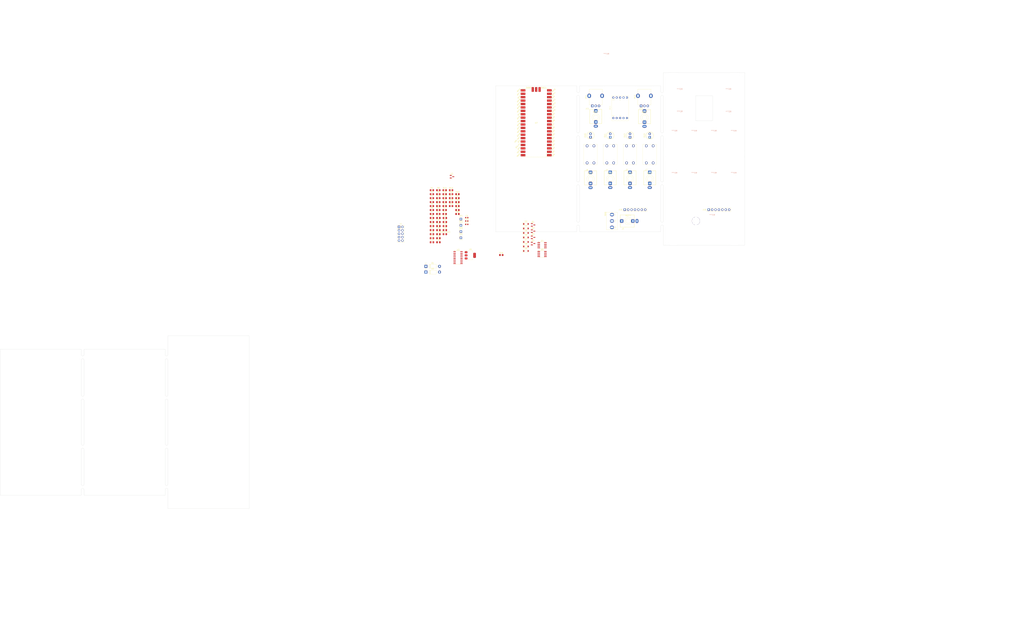
<source format=kicad_pcb>
(kicad_pcb (version 20240108) (generator "pcbnew") (generator_version "8.0")
  (title_block (date "2024-05-22"))
  (layers (0 "F.Cu" signal) (31 "B.Cu" signal) (34 "B.Paste" user) (35 "F.Paste" user) (36 "B.SilkS" user "B.Silkscreen") (37 "F.SilkS" user "F.Silkscreen") (38 "B.Mask" user) (39 "F.Mask" user) (44 "Edge.Cuts" user))
  (net 0 "")
  (net 1 "~")
  (net 2 "Net-(D1-A)")
  (net 3 "-12V")
  (net 4 "Net-(D2-A)")
  (net 5 "Net-(D3-K)")
  (net 6 "GND")
  (net 7 "Net-(D4-K)")
  (net 8 "Net-(D5-A)")
  (net 9 "Net-(D7-K)")
  (net 10 "Net-(D8-K)")
  (net 11 "Net-(D9-K)")
  (net 12 "Net-(D10-A)")
  (net 13 "Net-(D11-A)")
  (net 14 "Net-(D12-A)")
  (net 15 "Net-(D13-A)")
  (net 17 "seg_b")
  (net 18 "Net-(D14-k-Pad3)")
  (net 19 "seg_e")
  (net 20 "seg_g")
  (net 21 "seg_d")
  (net 23 "seg_f")
  (net 24 "seg_a")
  (net 25 "seg_c")
  (net 26 "Net-(J3-PadT)")
  (net 27 "Net-(J4-PadT)")
  (net 28 "Net-(J5-PadT)")
  (net 29 "Net-(J7-PadT)")
  (net 30 "EXT_TRIG_1")
  (net 31 "EXT_TRIG_3")
  (net 32 "EXT_TRIG_2")
  (net 33 "EXT_TRIG_4")
  (net 34 "-Vref")
  (net 36 "Net-(SW5-A)")
  (net 37 "LED_4")
  (net 38 "LED_2")
  (net 39 "AUDIO_PWM")
  (net 40 "Net-(U2-GP14)")
  (net 41 "BTN_4")
  (net 42 "Net-(U2-GP28)")
  (net 45 "shift_data")
  (net 46 "shift_clk")
  (net 47 "LED_3")
  (net 48 "Net-(U2-GP15)")
  (net 49 "sd_card_SPI0_CS")
  (net 50 "BTN_2")
  (net 52 "shift_latch")
  (net 53 "Net-(U2-GP1)")
  (net 54 "sd_card_SPI0_SCK")
  (net 55 "BTN_3")
  (net 56 "sd_card_SPI0_MISO")
  (net 58 "sd_card_SPI0_MOSI")
  (net 59 "LED_1")
  (net 60 "BANK_CV")
  (net 61 "BTN_1")
  (net 62 "PITCH_CV")
  (net 65 "Net-(U4A--)")
  (net 66 "Net-(U4B--)")
  (net 67 "Net-(U6B--)")
  (net 68 "Net-(U6A--)")
  (net 69 "Net-(SW1-2)")
  (net 70 "Net-(SW2-2)")
  (net 71 "Net-(SW3-2)")
  (net 72 "Net-(C27-Pad2)")
  (net 73 "Net-(C25-Pad1)")
  (net 74 "Net-(U4A-+)")
  (net 75 "Net-(R44-Pad2)")
  (net 76 "Net-(R57-Pad1)")
  (net 77 "Net-(R53-Pad1)")
  (net 78 "Net-(J12-PadT)")
  (net 79 "Net-(J11-PadT)")
  (net 80 "Net-(C25-Pad2)")
  (footprint "Resistor_SMD:R_0805_2012Metric_Pad1.20x1.40mm_HandSolder" (layer "F.Cu") (at -218.26 -122.74)
    (property "Reference" "R7" (at 0 -1.65 0) (layer "F.SilkS"))
    (property "Value" "100K")
    (pad "1" smd roundrect (at -1 0) (size 1.2 1.4) (layers "F.Cu" "F.Paste" "F.Mask") (roundrect_rratio 0.208333) (net 27 "Net-(J4-PadT)"))
    (pad "2" smd roundrect (at 1 0) (size 1.2 1.4) (layers "F.Cu" "F.Paste" "F.Mask") (roundrect_rratio 0.208333) (net 10 "Net-(D8-K)"))
  )
  (footprint "AudioJacks:Jack_3.5mm_QingPu_WQP-PJ366ST_Vertical" (layer "F.Cu") (at -72.075 -117.51 90)
    (property "Reference" "J2" (at -5.78 -4.125 0) (layer "F.SilkS"))
    (property "Value" "audio output")
    (pad "R" thru_hole roundrect (at 0 3.38 90) (size 2.6 2.6) (drill oval 1.6 0.6) (layers "*.Cu" "*.Mask"))
    (pad "S" thru_hole oval (at 0 6.48 90) (size 3.1 2.1) (drill oval 1.6 0.6) (layers "*.Cu" "*.Mask") (net 6 "GND"))
    (pad "T" thru_hole roundrect (at 0 -4.92 90) (size 2.6 2.6) (drill oval 1.6 0.6) (layers "*.Cu" "*.Mask") (net 80 "Net-(C25-Pad2)"))
  )
  (footprint "MyEurorack:PotentiometerHole_3.4mm" (layer "F.Cu") (at -33.81 -210.7)
    (property "Reference" "REF**" (at 0 -5 0) (layer "B.SilkS") (effects (justify mirror)))
    (property "Value" "PotentiometerHole_3.4mm")
    (pad "" np_thru_hole circle (at 0 0) (size 7 7) (drill 7.1) (layers "F&B.Cu" "*.Mask"))
  )
  (footprint "Resistor_SMD:R_0805_2012Metric_Pad1.20x1.40mm_HandSolder" (layer "F.Cu") (at -218.26 -131.59)
    (property "Reference" "R4" (at 0 -1.65 0) (layer "F.SilkS"))
    (property "Value" "10K")
    (pad "1" smd roundrect (at -1 0) (size 1.2 1.4) (layers "F.Cu" "F.Paste" "F.Mask") (roundrect_rratio 0.208333) (net 1 "~"))
    (pad "2" smd roundrect (at 1 0) (size 1.2 1.4) (layers "F.Cu" "F.Paste" "F.Mask") (roundrect_rratio 0.208333) (net 31 "EXT_TRIG_3"))
  )
  (footprint "Connector_PinHeader_2.54mm:PinHeader_1x07_P2.54mm_Vertical" (layer "F.Cu") (at -12.21 -125.94 90)
    (property "Reference" "J10" (at -0.03 -3.28 180) (layer "F.SilkS"))
    (property "Value" "SD_CARD_CONN")
    (pad "1" thru_hole rect (at 0 0 90) (size 1.7 1.7) (drill 1) (layers "*.Cu" "*.Mask") (net 49 "sd_card_SPI0_CS"))
    (pad "2" thru_hole oval (at 0 2.54 90) (size 1.7 1.7) (drill 1) (layers "*.Cu" "*.Mask") (net 58 "sd_card_SPI0_MOSI"))
    (pad "3" thru_hole oval (at 0 5.08 90) (size 1.7 1.7) (drill 1) (layers "*.Cu" "*.Mask") (net 6 "GND"))
    (pad "4" thru_hole oval (at 0 7.62 90) (size 1.7 1.7) (drill 1) (layers "*.Cu" "*.Mask") (net 1 "~"))
    (pad "5" thru_hole oval (at 0 10.16 90) (size 1.7 1.7) (drill 1) (layers "*.Cu" "*.Mask") (net 54 "sd_card_SPI0_SCK"))
    (pad "6" thru_hole oval (at 0 12.7 90) (size 1.7 1.7) (drill 1) (layers "*.Cu" "*.Mask") (net 6 "GND"))
    (pad "7" thru_hole oval (at 0 15.24 90) (size 1.7 1.7) (drill 1) (layers "*.Cu" "*.Mask") (net 56 "sd_card_SPI0_MISO"))
  )
  (footprint "RaspberryPi:RPi_Pico_SMD_TH" (layer "F.Cu") (at -140.65 -190.65 180)
    (property "Reference" "U2" (at 0 0 0) (layer "F.SilkS"))
    (property "Value" "PICO_RP2040")
    (fp_text user "GP8" (at -12.8 1.27 45) (layer "F.SilkS") (effects (font (size 0.8 0.8))))
    (fp_text user "GP18" (at 13.054 16.51 45) (layer "F.SilkS") (effects (font (size 0.8 0.8))))
    (fp_text user "GP4" (at -12.8 -11.43 45) (layer "F.SilkS") (effects (font (size 0.8 0.8))))
    (fp_text user "RUN" (at 13 1.27 45) (layer "F.SilkS") (effects (font (size 0.8 0.8))))
    (fp_text user "GP3" (at -12.8 -13.97 45) (layer "F.SilkS") (effects (font (size 0.8 0.8))))
    (fp_text user "GP11" (at -13.2 11.43 45) (layer "F.SilkS") (effects (font (size 0.8 0.8))))
    (fp_text user "GND" (at -12.8 -6.35 45) (layer "F.SilkS") (effects (font (size 0.8 0.8))))
    (fp_text user "GP20" (at 13.054 11.43 45) (layer "F.SilkS") (effects (font (size 0.8 0.8))))
    (fp_text user "GP13" (at -13.054 16.51 45) (layer "F.SilkS") (effects (font (size 0.8 0.8))))
    (fp_text user "GND" (at 12.8 19.05 45) (layer "F.SilkS") (effects (font (size 0.8 0.8))))
    (fp_text user "GP5" (at -12.8 -8.89 45) (layer "F.SilkS") (effects (font (size 0.8 0.8))))
    (fp_text user "3V3" (at 12.9 -13.9 45) (layer "F.SilkS") (effects (font (size 0.8 0.8))))
    (fp_text user "GP22" (at 13.054 3.81 45) (layer "F.SilkS") (effects (font (size 0.8 0.8))))
    (fp_text user "GND" (at -12.8 -19.05 45) (layer "F.SilkS") (effects (font (size 0.8 0.8))))
    (fp_text user "GP1" (at -12.9 -21.6 45) (layer "F.SilkS") (effects (font (size 0.8 0.8))))
    (fp_text user "GP26" (at 13.054 -1.27 45) (layer "F.SilkS") (effects (font (size 0.8 0.8))))
    (fp_text user "ADC_VREF" (at 14 -12.5 45) (layer "F.SilkS") (effects (font (size 0.8 0.8))))
    (fp_text user "GP19" (at 13.054 13.97 45) (layer "F.SilkS") (effects (font (size 0.8 0.8))))
    (fp_text user "GND" (at -12.8 6.35 45) (layer "F.SilkS") (effects (font (size 0.8 0.8))))
    (fp_text user "GP6" (at -12.8 -3.81 45) (layer "F.SilkS") (effects (font (size 0.8 0.8))))
    (fp_text user "GP14" (at -13.1 21.59 45) (layer "F.SilkS") (effects (font (size 0.8 0.8))))
    (fp_text user "SWCLK" (at -5.7 26.2 0) (layer "F.SilkS") (effects (font (size 0.8 0.8))))
    (fp_text user "GP12" (at -13.2 13.97 45) (layer "F.SilkS") (effects (font (size 0.8 0.8))))
    (fp_text user "GP21" (at 13.054 8.9 45) (layer "F.SilkS") (effects (font (size 0.8 0.8))))
    (fp_text user "GP17" (at 13.054 21.59 45) (layer "F.SilkS") (effects (font (size 0.8 0.8))))
    (fp_text user "GND" (at 12.8 -19.05 45) (layer "F.SilkS") (effects (font (size 0.8 0.8))))
    (fp_text user "GP7" (at -12.7 -1.3 45) (layer "F.SilkS") (effects (font (size 0.8 0.8))))
    (fp_text user "GND" (at -12.8 19.05 45) (layer "F.SilkS") (effects (font (size 0.8 0.8))))
    (fp_text user "GP28" (at 13.054 -9.144 45) (layer "F.SilkS") (effects (font (size 0.8 0.8))))
    (fp_text user "VBUS" (at 13.3 -24.2 45) (layer "F.SilkS") (effects (font (size 0.8 0.8))))
    (fp_text user "VSYS" (at 13.2 -21.59 45) (layer "F.SilkS") (effects (font (size 0.8 0.8))))
    (fp_text user "GP9" (at -12.8 3.81 45) (layer "F.SilkS") (effects (font (size 0.8 0.8))))
    (fp_text user "SWDIO" (at 5.6 26.2 0) (layer "F.SilkS") (effects (font (size 0.8 0.8))))
    (fp_text user "AGND" (at 13.054 -6.35 45) (layer "F.SilkS") (effects (font (size 0.8 0.8))))
    (fp_text user "GND" (at 12.8 6.35 45) (layer "F.SilkS") (effects (font (size 0.8 0.8))))
    (fp_text user "GP27" (at 13.054 -3.8 45) (layer "F.SilkS") (effects (font (size 0.8 0.8))))
    (fp_text user "GP2" (at -12.9 -16.51 45) (layer "F.SilkS") (effects (font (size 0.8 0.8))))
    (fp_text user "GP16" (at 13.054 24.13 45) (layer "F.SilkS") (effects (font (size 0.8 0.8))))
    (fp_text user "GP0" (at -12.8 -24.13 45) (layer "F.SilkS") (effects (font (size 0.8 0.8))))
    (fp_text user "GP10" (at -13.054 8.89 45) (layer "F.SilkS") (effects (font (size 0.8 0.8))))
    (fp_text user "3V3_EN" (at 13.7 -17.2 45) (layer "F.SilkS") (effects (font (size 0.8 0.8))))
    (fp_text user "GP15" (at -13.054 24.13 45) (layer "F.SilkS") (effects (font (size 0.8 0.8))))
    (pad "" np_thru_hole oval (at -2.725 -24 180) (size 1.8 1.8) (drill 1.8) (layers "*.Cu" "*.Mask"))
    (pad "" np_thru_hole oval (at -2.425 -20.97 180) (size 1.5 1.5) (drill 1.5) (layers "*.Cu" "*.Mask"))
    (pad "" np_thru_hole oval (at 2.425 -20.97 180) (size 1.5 1.5) (drill 1.5) (layers "*.Cu" "*.Mask"))
    (pad "" np_thru_hole oval (at 2.725 -24 180) (size 1.8 1.8) (drill 1.8) (layers "*.Cu" "*.Mask"))
    (pad "1" smd rect (at -8.89 -24.13 180) (size 3.5 1.7) (drill (offset -0.9 0)) (layers "F.Cu" "F.Mask") (net 39 "AUDIO_PWM"))
    (pad "2" smd rect (at -8.89 -21.59 180) (size 3.5 1.7) (drill (offset -0.9 0)) (layers "F.Cu" "F.Mask") (net 53 "Net-(U2-GP1)"))
    (pad "3" smd rect (at -8.89 -19.05 180) (size 3.5 1.7) (drill (offset -0.9 0)) (layers "F.Cu" "F.Mask") (net 6 "GND"))
    (pad "4" smd rect (at -8.89 -16.51 180) (size 3.5 1.7) (drill (offset -0.9 0)) (layers "F.Cu" "F.Mask") (net 61 "BTN_1"))
    (pad "5" smd rect (at -8.89 -13.97 180) (size 3.5 1.7) (drill (offset -0.9 0)) (layers "F.Cu" "F.Mask") (net 50 "BTN_2"))
    (pad "6" smd rect (at -8.89 -11.43 180) (size 3.5 1.7) (drill (offset -0.9 0)) (layers "F.Cu" "F.Mask") (net 55 "BTN_3"))
    (pad "7" smd rect (at -8.89 -8.89 180) (size 3.5 1.7) (drill (offset -0.9 0)) (layers "F.Cu" "F.Mask") (net 41 "BTN_4"))
    (pad "8" smd rect (at -8.89 -6.35 180) (size 3.5 1.7) (drill (offset -0.9 0)) (layers "F.Cu" "F.Mask") (net 6 "GND"))
    (pad "9" smd rect (at -8.89 -3.81 180) (size 3.5 1.7) (drill (offset -0.9 0)) (layers "F.Cu" "F.Mask") (net 30 "EXT_TRIG_1"))
    (pad "10" smd rect (at -8.89 -1.27 180) (size 3.5 1.7) (drill (offset -0.9 0)) (layers "F.Cu" "F.Mask") (net 32 "EXT_TRIG_2"))
    (pad "11" smd rect (at -8.89 1.27 180) (size 3.5 1.7) (drill (offset -0.9 0)) (layers "F.Cu" "F.Mask") (net 31 "EXT_TRIG_3"))
    (pad "12" smd rect (at -8.89 3.81 180) (size 3.5 1.7) (drill (offset -0.9 0)) (layers "F.Cu" "F.Mask") (net 33 "EXT_TRIG_4"))
    (pad "13" smd rect (at -8.89 6.35 180) (size 3.5 1.7) (drill (offset -0.9 0)) (layers "F.Cu" "F.Mask") (net 6 "GND"))
    (pad "14" smd rect (at -8.89 8.89 180) (size 3.5 1.7) (drill (offset -0.9 0)) (layers "F.Cu" "F.Mask") (net 59 "LED_1"))
    (pad "15" smd rect (at -8.89 11.43 180) (size 3.5 1.7) (drill (offset -0.9 0)) (layers "F.Cu" "F.Mask") (net 38 "LED_2"))
    (pad "16" smd rect (at -8.89 13.97 180) (size 3.5 1.7) (drill (offset -0.9 0)) (layers "F.Cu" "F.Mask") (net 47 "LED_3"))
    (pad "17" smd rect (at -8.89 16.51 180) (size 3.5 1.7) (drill (offset -0.9 0)) (layers "F.Cu" "F.Mask") (net 37 "LED_4"))
    (pad "18" smd rect (at -8.89 19.05 180) (size 3.5 1.7) (drill (offset -0.9 0)) (layers "F.Cu" "F.Mask") (net 6 "GND"))
    (pad "19" smd rect (at -8.89 21.59 180) (size 3.5 1.7) (drill (offset -0.9 0)) (layers "F.Cu" "F.Mask") (net 40 "Net-(U2-GP14)"))
    (pad "20" smd rect (at -8.89 24.13 180) (size 3.5 1.7) (drill (offset -0.9 0)) (layers "F.Cu" "F.Mask") (net 48 "Net-(U2-GP15)"))
    (pad "21" smd rect (at 8.89 24.13 180) (size 3.5 1.7) (drill (offset 0.9 0)) (layers "F.Cu" "F.Mask") (net 56 "sd_card_SPI0_MISO"))
    (pad "22" smd rect (at 8.89 21.59 180) (size 3.5 1.7) (drill (offset 0.9 0)) (layers "F.Cu" "F.Mask") (net 49 "sd_card_SPI0_CS"))
    (pad "23" smd rect (at 8.89 19.05 180) (size 3.5 1.7) (drill (offset 0.9 0)) (layers "F.Cu" "F.Mask") (net 6 "GND"))
    (pad "24" smd rect (at 8.89 16.51 180) (size 3.5 1.7) (drill (offset 0.9 0)) (layers "F.Cu" "F.Mask") (net 54 "sd_card_SPI0_SCK"))
    (pad "25" smd rect (at 8.89 13.97 180) (size 3.5 1.7) (drill (offset 0.9 0)) (layers "F.Cu" "F.Mask") (net 58 "sd_card_SPI0_MOSI"))
    (pad "26" smd rect (at 8.89 11.43 180) (size 3.5 1.7) (drill (offset 0.9 0)) (layers "F.Cu" "F.Mask") (net 45 "shift_data"))
    (pad "27" smd rect (at 8.89 8.89 180) (size 3.5 1.7) (drill (offset 0.9 0)) (layers "F.Cu" "F.Mask") (net 52 "shift_latch"))
    (pad "28" smd rect (at 8.89 6.35 180) (size 3.5 1.7) (drill (offset 0.9 0)) (layers "F.Cu" "F.Mask") (net 6 "GND"))
    (pad "29" smd rect (at 8.89 3.81 180) (size 3.5 1.7) (drill (offset 0.9 0)) (layers "F.Cu" "F.Mask") (net 46 "shift_clk"))
    (pad "30" smd rect (at 8.89 1.27 180) (size 3.5 1.7) (drill (offset 0.9 0)) (layers "F.Cu" "F.Mask"))
    (pad "31" smd rect (at 8.89 -1.27 180) (size 3.5 1.7) (drill (offset 0.9 0)) (layers "F.Cu" "F.Mask") (net 60 "BANK_CV"))
    (pad "32" smd rect (at 8.89 -3.81 180) (size 3.5 1.7) (drill (offset 0.9 0)) (layers "F.Cu" "F.Mask") (net 62 "PITCH_CV"))
    (pad "33" smd rect (at 8.89 -6.35 180) (size 3.5 1.7) (drill (offset 0.9 0)) (layers "F.Cu" "F.Mask") (net 6 "GND"))
    (pad "34" smd rect (at 8.89 -8.89 180) (size 3.5 1.7) (drill (offset 0.9 0)) (layers "F.Cu" "F.Mask") (net 42 "Net-(U2-GP28)"))
    (pad "35" smd rect (at 8.89 -11.43 180) (size 3.5 1.7) (drill (offset 0.9 0)) (layers "F.Cu" "F.Mask"))
    (pad "36" smd rect (at 8.89 -13.97 180) (size 3.5 1.7) (drill (offset 0.9 0)) (layers "F.Cu" "F.Mask") (net 1 "~"))
    (pad "37" smd rect (at 8.89 -16.51 180) (size 3.5 1.7) (drill (offset 0.9 0)) (layers "F.Cu" "F.Mask"))
    (pad "38" smd rect (at 8.89 -19.05 180) (size 3.5 1.7) (drill (offset 0.9 0)) (layers "F.Cu" "F.Mask") (net 6 "GND"))
    (pad "39" smd rect (at 8.89 -21.59 180) (size 3.5 1.7) (drill (offset 0.9 0)) (layers "F.Cu" "F.Mask") (net 9 "Net-(D7-K)"))
    (pad "40" smd rect (at 8.89 -24.13 180) (size 3.5 1.7) (drill (offset 0.9 0)) (layers "F.Cu" "F.Mask"))
    (pad "41" smd rect (at -2.54 23.9 270) (size 3.5 1.7) (drill (offset -0.9 0)) (layers "F.Cu" "F.Mask"))
    (pad "42" smd rect (at 0 23.9 270) (size 3.5 1.7) (drill (offset -0.9 0)) (layers "F.Cu" "F.Mask"))
    (pad "43" smd rect (at 2.54 23.9 270) (size 3.5 1.7) (drill (offset -0.9 0)) (layers "F.Cu" "F.Mask"))
  )
  (footprint "Resistor_SMD:R_0805_2012Metric_Pad1.20x1.40mm_HandSolder" (layer "F.Cu") (at -213.51 -125.69)
    (property "Reference" "R13" (at 0 -1.65 0) (layer "F.SilkS"))
    (property "Value" "330")
    (pad "1" smd roundrect (at -1 0) (size 1.2 1.4) (layers "F.Cu" "F.Paste" "F.Mask") (roundrect_rratio 0.208333) (net 47 "LED_3"))
    (pad "2" smd roundrect (at 1 0) (size 1.2 1.4) (layers "F.Cu" "F.Paste" "F.Mask") (roundrect_rratio 0.208333) (net 14 "Net-(D12-A)"))
  )
  (footprint "Capacitor_SMD:C_0805_2012Metric_Pad1.18x1.45mm_HandSolder" (layer "F.Cu") (at -213.42 -113.74)
    (property "Reference" "C25" (at 0 -1.68 0) (layer "F.SilkS"))
    (property "Value" "100nF")
    (pad "1" smd roundrect (at -1.0375 0) (size 1.175 1.45) (layers "F.Cu" "F.Paste" "F.Mask") (roundrect_rratio 0.212766) (net 73 "Net-(C25-Pad1)"))
    (pad "2" smd roundrect (at 1.0375 0) (size 1.175 1.45) (layers "F.Cu" "F.Paste" "F.Mask") (roundrect_rratio 0.212766) (net 80 "Net-(C25-Pad2)"))
  )
  (footprint "Resistor_SMD:R_0805_2012Metric_Pad1.20x1.40mm_HandSolder" (layer "F.Cu") (at -213.51 -122.74)
    (property "Reference" "R14" (at 0 -1.65 0) (layer "F.SilkS"))
    (property "Value" "330")
    (pad "1" smd roundrect (at -1 0) (size 1.2 1.4) (layers "F.Cu" "F.Paste" "F.Mask") (roundrect_rratio 0.208333) (net 37 "LED_4"))
    (pad "2" smd roundrect (at 1 0) (size 1.2 1.4) (layers "F.Cu" "F.Paste" "F.Mask") (roundrect_rratio 0.208333) (net 15 "Net-(D13-A)"))
  )
  (footprint "Resistor_SMD:R_0805_2012Metric_Pad1.20x1.40mm_HandSolder" (layer "F.Cu") (at -199.26 -122.74)
    (property "Reference" "R58" (at 0 -1.65 0) (layer "F.SilkS"))
    (property "Value" "66.5k")
    (pad "1" smd roundrect (at -1 0) (size 1.2 1.4) (layers "F.Cu" "F.Paste" "F.Mask") (roundrect_rratio 0.208333) (net 67 "Net-(U6B--)"))
    (pad "2" smd roundrect (at 1 0) (size 1.2 1.4) (layers "F.Cu" "F.Paste" "F.Mask") (roundrect_rratio 0.208333) (net 60 "BANK_CV"))
  )
  (footprint "Connector_PinHeader_2.54mm:PinHeader_2x05_P2.54mm_Vertical" (layer "F.Cu") (at -242.77 -113.11)
    (property "Reference" "J1" (at 1.27 -2.33 0) (layer "F.SilkS"))
    (property "Value" "Conn_02x05_Odd_Even")
    (pad "1" thru_hole rect (at 0 0) (size 1.7 1.7) (drill 1) (layers "*.Cu" "*.Mask") (net 2 "Net-(D1-A)"))
    (pad "2" thru_hole oval (at 2.54 0) (size 1.7 1.7) (drill 1) (layers "*.Cu" "*.Mask") (net 2 "Net-(D1-A)"))
    (pad "3" thru_hole oval (at 0 2.54) (size 1.7 1.7) (drill 1) (layers "*.Cu" "*.Mask") (net 6 "GND"))
    (pad "4" thru_hole oval (at 2.54 2.54) (size 1.7 1.7) (drill 1) (layers "*.Cu" "*.Mask") (net 6 "GND"))
    (pad "5" thru_hole oval (at 0 5.08) (size 1.7 1.7) (drill 1) (layers "*.Cu" "*.Mask") (net 6 "GND"))
    (pad "6" thru_hole oval (at 2.54 5.08) (size 1.7 1.7) (drill 1) (layers "*.Cu" "*.Mask") (net 6 "GND"))
    (pad "7" thru_hole oval (at 0 7.62) (size 1.7 1.7) (drill 1) (layers "*.Cu" "*.Mask") (net 6 "GND"))
    (pad "8" thru_hole oval (at 2.54 7.62) (size 1.7 1.7) (drill 1) (layers "*.Cu" "*.Mask") (net 6 "GND"))
    (pad "9" thru_hole oval (at 0 10.16) (size 1.7 1.7) (drill 1) (layers "*.Cu" "*.Mask") (net 4 "Net-(D2-A)"))
    (pad "10" thru_hole oval (at 2.54 10.16) (size 1.7 1.7) (drill 1) (layers "*.Cu" "*.Mask") (net 4 "Net-(D2-A)"))
  )
  (footprint "Package_SO:SOIC-8_3.9x4.9mm_P1.27mm" (layer "F.Cu") (at -136.255 -92.91)
    (property "Reference" "U6" (at 0 -3.4 0) (layer "F.SilkS"))
    (property "Value" "MCP6002-xMS")
    (pad "1" smd roundrect (at -2.475 -1.905) (size 1.95 0.6) (layers "F.Cu" "F.Paste" "F.Mask") (net 62 "PITCH_CV"))
    (pad "2" smd roundrect (at -2.475 -0.635) (size 1.95 0.6) (layers "F.Cu" "F.Paste" "F.Mask") (net 68 "Net-(U6A--)"))
    (pad "3" smd roundrect (at -2.475 0.635) (size 1.95 0.6) (layers "F.Cu" "F.Paste" "F.Mask") (net 6 "GND"))
    (pad "4" smd roundrect (at -2.475 1.905) (size 1.95 0.6) (layers "F.Cu" "F.Paste" "F.Mask") (net 6 "GND"))
    (pad "5" smd roundrect (at 2.475 1.905) (size 1.95 0.6) (layers "F.Cu" "F.Paste" "F.Mask") (net 6 "GND"))
    (pad "6" smd roundrect (at 2.475 0.635) (size 1.95 0.6) (layers "F.Cu" "F.Paste" "F.Mask") (net 67 "Net-(U6B--)"))
    (pad "7" smd roundrect (at 2.475 -0.635) (size 1.95 0.6) (layers "F.Cu" "F.Paste" "F.Mask") (net 60 "BANK_CV"))
    (pad "8" smd roundrect (at 2.475 -1.905) (size 1.95 0.6) (layers "F.Cu" "F.Paste" "F.Mask") (net 1 "~"))
  )
  (footprint "Capacitor_SMD:C_0805_2012Metric_Pad1.18x1.45mm_HandSolder" (layer "F.Cu") (at -213.42 -104.71)
    (property "Reference" "C28" (at 0 -1.68 0) (layer "F.SilkS"))
    (property "Value" "2.2n")
    (pad "1" smd roundrect (at -1.0375 0) (size 1.175 1.45) (layers "F.Cu" "F.Paste" "F.Mask") (roundrect_rratio 0.212766) (net 36 "Net-(SW5-A)"))
    (pad "2" smd roundrect (at 1.0375 0) (size 1.175 1.45) (layers "F.Cu" "F.Paste" "F.Mask") (roundrect_rratio 0.212766) (net 72 "Net-(C27-Pad2)"))
  )
  (footprint "Package_TO_SOT_SMD:SOT-23" (layer "F.Cu") (at -142.955 -105.335)
    (property "Reference" "Q3" (at 0 -2.4 0) (layer "F.SilkS"))
    (property "Value" "MMBT3904")
    (pad "1" smd roundrect (at -0.9375 -0.95) (size 1.475 0.6) (layers "F.Cu" "F.Paste" "F.Mask") (net 10 "Net-(D8-K)"))
    (pad "2" smd roundrect (at -0.9375 0.95) (size 1.475 0.6) (layers "F.Cu" "F.Paste" "F.Mask") (net 6 "GND"))
    (pad "3" smd roundrect (at 0.9375 0) (size 1.475 0.6) (layers "F.Cu" "F.Paste" "F.Mask") (net 32 "EXT_TRIG_2"))
  )
  (footprint "MyEurorack:Jack3.5mmHole_3.2mm" (layer "F.Cu") (at -37.7 -148.83)
    (property "Reference" "REF**" (at 0 -4.5 0) (layer "B.SilkS") (effects (justify mirror)))
    (property "Value" "Jack3.5mmHole_3.2mm")
    (pad "" np_thru_hole circle (at 0 0) (size 6.096 6.096) (drill 6.4) (layers "F&B.Cu" "*.Mask"))
  )
  (footprint "Capacitor_SMD:C_0805_2012Metric_Pad1.18x1.45mm_HandSolder" (layer "F.Cu") (at -213.42 -101.7)
    (property "Reference" "C29" (at 0 -1.68 0) (layer "F.SilkS"))
    (property "Value" "2.2n")
    (pad "1" smd roundrect (at -1.0375 0) (size 1.175 1.45) (layers "F.Cu" "F.Paste" "F.Mask") (roundrect_rratio 0.212766) (net 36 "Net-(SW5-A)"))
    (pad "2" smd roundrect (at 1.0375 0) (size 1.175 1.45) (layers "F.Cu" "F.Paste" "F.Mask") (roundrect_rratio 0.212766) (net 74 "Net-(U4A-+)"))
  )
  (footprint "Capacitor_SMD:C_0805_2012Metric_Pad1.18x1.45mm_HandSolder" (layer "F.Cu") (at -213.42 -107.72)
    (property "Reference" "C27" (at 0 -1.68 0) (layer "F.SilkS"))
    (property "Value" "470p")
    (pad "1" smd roundrect (at -1.0375 0) (size 1.175 1.45) (layers "F.Cu" "F.Paste" "F.Mask") (roundrect_rratio 0.212766) (net 6 "GND"))
    (pad "2" smd roundrect (at 1.0375 0) (size 1.175 1.45) (layers "F.Cu" "F.Paste" "F.Mask") (roundrect_rratio 0.212766) (net 72 "Net-(C27-Pad2)"))
  )
  (footprint "Package_TO_SOT_SMD:SOT-23" (layer "F.Cu") (at -142.955 -100.71)
    (property "Reference" "Q4" (at 0 -2.4 0) (layer "F.SilkS"))
    (property "Value" "MMBT3904")
    (pad "1" smd roundrect (at -0.9375 -0.95) (size 1.475 0.6) (layers "F.Cu" "F.Paste" "F.Mask") (net 11 "Net-(D9-K)"))
    (pad "2" smd roundrect (at -0.9375 0.95) (size 1.475 0.6) (layers "F.Cu" "F.Paste" "F.Mask") (net 6 "GND"))
    (pad "3" smd roundrect (at 0.9375 0) (size 1.475 0.6) (layers "F.Cu" "F.Paste" "F.Mask") (net 33 "EXT_TRIG_4"))
  )
  (footprint "Resistor_SMD:R_0805_2012Metric_Pad1.20x1.40mm_HandSolder" (layer "F.Cu") (at -218.26 -125.69)
    (property "Reference" "R6" (at 0 -1.65 0) (layer "F.SilkS"))
    (property "Value" "10K")
    (pad "1" smd roundrect (at -1 0) (size 1.2 1.4) (layers "F.Cu" "F.Paste" "F.Mask") (roundrect_rratio 0.208333) (net 50 "BTN_2"))
    (pad "2" smd roundrect (at 1 0) (size 1.2 1.4) (layers "F.Cu" "F.Paste" "F.Mask") (roundrect_rratio 0.208333) (net 1 "~"))
  )
  (footprint "Diode_THT:D_DO-41_SOD81_P10.16mm_Horizontal" (layer "F.Cu") (at -222.758 -83.752)
    (property "Reference" "D1" (at 5.08 -2.47 0) (layer "F.SilkS"))
    (property "Value" "1N4001")
    (fp_text user "K" (at 0 -2.1 0) (layer "F.SilkS"))
    (pad "1" thru_hole rect (at 0 0) (size 2.2 2.2) (drill 1.1) (layers "*.Cu" "*.Mask") (net 1 "~"))
    (pad "2" thru_hole oval (at 10.16 0) (size 2.2 2.2) (drill 1.1) (layers "*.Cu" "*.Mask") (net 2 "Net-(D1-A)"))
  )
  (footprint "AudioJacks:Jack_3.5mm_QingPu_WQP-PJ366ST_Vertical" (layer "F.Cu") (at -100.2 -148.83)
    (property "Reference" "J5" (at -2.6 -6.8 0) (layer "F.SilkS"))
    (property "Value" "Digital Input Jack")
    (pad "R" thru_hole roundrect (at 0 3.38) (size 2.6 2.6) (drill oval 1.6 0.6) (layers "*.Cu" "*.Mask"))
    (pad "S" thru_hole oval (at 0 6.48) (size 3.1 2.1) (drill oval 1.6 0.6) (layers "*.Cu" "*.Mask") (net 6 "GND"))
    (pad "T" thru_hole roundrect (at 0 -4.92) (size 2.6 2.6) (drill oval 1.6 0.6) (layers "*.Cu" "*.Mask") (net 28 "Net-(J5-PadT)"))
  )
  (footprint "Diode_SMD:D_SOD-123" (layer "F.Cu") (at -148.27 -98.56)
    (property "Reference" "D8" (at 0 -2 0) (layer "F.SilkS"))
    (property "Value" "1N4148W")
    (pad "1" smd roundrect (at -1.65 0) (size 0.9 1.2) (layers "F.Cu" "F.Paste" "F.Mask") (net 10 "Net-(D8-K)"))
    (pad "2" smd roundrect (at 1.65 0) (size 0.9 1.2) (layers "F.Cu" "F.Paste" "F.Mask") (net 6 "GND"))
  )
  (footprint "LED_THT:LED_D5.0mm" (layer "F.Cu") (at -70.8 -179.895 90)
    (property "Reference" "D12" (at 1.27 -3.96 -90) (layer "F.SilkS"))
    (property "Value" "LED")
    (pad "1" thru_hole rect (at 0 0 90) (size 1.8 1.8) (drill 0.9) (layers "*.Cu" "*.Mask") (net 6 "GND"))
    (pad "2" thru_hole circle (at 2.54 0 90) (size 1.8 1.8) (drill 0.9) (layers "*.Cu" "*.Mask") (net 14 "Net-(D12-A)"))
  )
  (footprint "Diode_SMD:D_SOD-123" (layer "F.Cu") (at -148.27 -111.96)
    (property "Reference" "D4" (at 0 -2 0) (layer "F.SilkS"))
    (property "Value" "1N4148W")
    (pad "1" smd roundrect (at -1.65 0) (size 0.9 1.2) (layers "F.Cu" "F.Paste" "F.Mask") (net 7 "Net-(D4-K)"))
    (pad "2" smd roundrect (at 1.65 0) (size 0.9 1.2) (layers "F.Cu" "F.Paste" "F.Mask") (net 6 "GND"))
  )
  (footprint "AudioJacks:Jack_3.5mm_QingPu_WQP-PJ366ST_Vertical" (layer "F.Cu") (at -96.26 -194.59)
    (property "Reference" "J11" (at -6.3 -6.57 0) (layer "F.SilkS"))
    (property "Value" "Analogue Input Jack")
    (pad "R" thru_hole roundrect (at 0 3.38) (size 2.6 2.6) (drill oval 1.6 0.6) (layers "*.Cu" "*.Mask"))
    (pad "S" thru_hole oval (at 0 6.48) (size 3.1 2.1) (drill oval 1.6 0.6) (layers "*.Cu" "*.Mask") (net 6 "GND"))
    (pad "T" thru_hole roundrect (at 0 -4.92) (size 2.6 2.6) (drill oval 1.6 0.6) (layers "*.Cu" "*.Mask") (net 79 "Net-(J11-PadT)"))
  )
  (footprint "MyEurorack:KnobHole_6.5mm" (layer "F.Cu") (at 6.4 -167.1)
    (property "Reference" "REF**" (hide yes))
    (property "Value" "KnobHole_6.5mm" (hide yes))
    (pad "" np_thru_hole circle (at 0 0) (size 13 13) (drill 13.1) (layers "F&B.Cu" "*.Mask"))
  )
  (footprint "MyEurorack:Jack3.5mmHole_3.2mm" (layer "F.Cu") (at 2.52 -194.43)
    (property "Reference" "REF**" (at 0 -4.5 0) (layer "B.SilkS") (effects (justify mirror)))
    (property "Value" "Jack3.5mmHole_3.2mm")
    (pad "" np_thru_hole circle (at 0 0) (size 6.096 6.096) (drill 6.4) (layers "F&B.Cu" "*.Mask"))
  )
  (footprint "MyEurorack:KnobHole_6.5mm" (layer "F.Cu") (at -37.7 -167.1)
    (property "Reference" "REF**" (hide yes))
    (property "Value" "KnobHole_6.5mm" (hide yes))
    (pad "" np_thru_hole circle (at 0 0) (size 13 13) (drill 13.1) (layers "F&B.Cu" "*.Mask"))
  )
  (footprint "Diode_SMD:D_SOD-123" (layer "F.Cu") (at -148.27 -95.21)
    (property "Reference" "D9" (at 0 -2 0) (layer "F.SilkS"))
    (property "Value" "1N4148W")
    (pad "1" smd roundrect (at -1.65 0) (size 0.9 1.2) (layers "F.Cu" "F.Paste" "F.Mask") (net 11 "Net-(D9-K)"))
    (pad "2" smd roundrect (at 1.65 0) (size 0.9 1.2) (layers "F.Cu" "F.Paste" "F.Mask") (net 6 "GND"))
  )
  (footprint "Capacitor_SMD:C_0805_2012Metric_Pad1.18x1.45mm_HandSolder" (layer "F.Cu") (at -208.61 -116.75)
    (property "Reference" "C31" (at 0 -1.68 0) (layer "F.SilkS"))
    (property "Value" "1nF")
    (pad "1" smd roundrect (at -1.0375 0) (size 1.175 1.45) (layers "F.Cu" "F.Paste" "F.Mask") (roundrect_rratio 0.212766) (net 68 "Net-(U6A--)"))
    (pad "2" smd roundrect (at 1.0375 0) (size 1.175 1.45) (layers "F.Cu" "F.Paste" "F.Mask") (roundrect_rratio 0.212766) (net 62 "PITCH_CV"))
  )
  (footprint "MountingHole:MountingHole_3mm" (layer "F.Cu") (at -70.8 -148.88)
    (property "Reference" "REF**" (at 0 -4 0) (layer "F.SilkS"))
    (property "Value" "MountingHole_3mm")
    (pad "" np_thru_hole circle (at 0 0) (size 3 3) (drill 3) (layers "F&B.Cu" "*.Mask"))
  )
  (footprint "MyEurorack:Led5mmHole_2.45mm" (layer "F.Cu") (at 6.41 -181.15)
    (property "Reference" "REF**" (at 0 -3.5 0) (layer "B.SilkS") (effects (justify mirror)))
    (property "Value" "Led5mmHole_2.45mm")
    (pad "" np_thru_hole circle (at 0 0) (size 3.81 3.81) (drill 5.05) (layers "F&B.Cu" "*.Mask"))
  )
  (footprint "MountingHole:MountingHole_3mm" (layer "F.Cu") (at -60.01 -194.46)
    (property "Reference" "REF**" (at 0 -4 0) (layer "F.SilkS"))
    (property "Value" "MountingHole_3mm")
    (pad "" np_thru_hole circle (at 0 0) (size 3 3) (drill 3) (layers "F&B.Cu" "*.Mask"))
  )
  (footprint "MyEurorack:Led5mmHole_2.45mm" (layer "F.Cu") (at -23 -181.17)
    (property "Reference" "REF**" (at 0 -3.5 0) (layer "B.SilkS") (effects (justify mirror)))
    (property "Value" "Led5mmHole_2.45mm")
    (pad "" np_thru_hole circle (at 0 0) (size 3.81 3.81) (drill 5.05) (layers "F&B.Cu" "*.Mask"))
  )
  (footprint "Resistor_SMD:R_0805_2012Metric_Pad1.20x1.40mm_HandSolder" (layer "F.Cu") (at -208.76 -125.69)
    (property "Reference" "R43" (at 0 -1.65 0) (layer "F.SilkS"))
    (property "Value" "1K")
    (pad "1" smd roundrect (at -1 0) (size 1.2 1.4) (layers "F.Cu" "F.Paste" "F.Mask") (roundrect_rratio 0.208333) (net 55 "BTN_3"))
    (pad "2" smd roundrect (at 1 0) (size 1.2 1.4) (layers "F.Cu" "F.Paste" "F.Mask") (roundrect_rratio 0.208333) (net 71 "Net-(SW3-2)"))
  )
  (footprint "Resistor_SMD:R_0805_2012Metric_Pad1.20x1.40mm_HandSolder" (layer "F.Cu") (at -213.51 -128.64)
    (property "Reference" "R12" (at 0 -1.65 0) (layer "F.SilkS"))
    (property "Value" "330")
    (pad "1" smd roundrect (at -1 0) (size 1.2 1.4) (layers "F.Cu" "F.Paste" "F.Mask") (roundrect_rratio 0.208333) (net 38 "LED_2"))
    (pad "2" smd roundrect (at 1 0) (size 1.2 1.4) (layers "F.Cu" "F.Paste" "F.Mask") (roundrect_rratio 0.208333) (net 13 "Net-(D11-A)"))
  )
  (footprint "MyEurorack:Led5mmHole_2.45mm" (layer "F.Cu") (at -37.7 -181.19)
    (property "Reference" "REF**" (at 0 -3.5 0) (layer "B.SilkS") (effects (justify mirror)))
    (property "Value" "Led5mmHole_2.45mm")
    (pad "" np_thru_hole circle (at 0 0) (size 3.81 3.81) (drill 5.05) (layers "F&B.Cu" "*.Mask"))
  )
  (footprint "Resistor_SMD:R_0805_2012Metric_Pad1.20x1.40mm_HandSolder" (layer "F.Cu") (at -218.26 -140.44)
    (property "Reference" "R1" (at 0 -1.65 0) (layer "F.SilkS"))
    (property "Value" "1K")
    (pad "1" smd roundrect (at -1 0) (size 1.2 1.4) (layers "F.Cu" "F.Paste" "F.Mask") (roundrect_rratio 0.208333) (net 61 "BTN_1"))
    (pad "2" smd roundrect (at 1 0) (size 1.2 1.4) (layers "F.Cu" "F.Paste" "F.Mask") (roundrect_rratio 0.208333) (net 69 "Net-(SW1-2)"))
  )
  (footprint "Connector_PinHeader_2.54mm:PinHeader_1x01_P2.54mm_Vertical" (layer "F.Cu") (at -196.68 -114.29)
    (property "Reference" "TP2" (at 0 -2.33 0) (layer "F.SilkS"))
    (property "Value" "unused_pin_1")
    (pad "1" thru_hole rect (at 0 0) (size 1.7 1.7) (drill 1) (layers "*.Cu" "*.Mask") (net 53 "Net-(U2-GP1)"))
  )
  (footprint "Resistor_SMD:R_0805_2012Metric_Pad1.20x1.40mm_HandSolder" (layer "F.Cu") (at -199.26 -131.59)
    (property "Reference" "R55" (at 0 -1.65 0) (layer "F.SilkS"))
    (property "Value" "66.5k")
    (pad "1" smd roundrect (at -1 0) (size 1.2 1.4) (layers "F.Cu" "F.Paste" "F.Mask") (roundrect_rratio 0.208333) (net 68 "Net-(U6A--)"))
    (pad "2" smd roundrect (at 1 0) (size 1.2 1.4) (layers "F.Cu" "F.Paste" "F.Mask") (roundrect_rratio 0.208333) (net 62 "PITCH_CV"))
  )
  (footprint "Capacitor_SMD:C_0805_2012Metric_Pad1.18x1.45mm_HandSolder" (layer "F.Cu") (at -213.42 -116.75)
    (property "Reference" "C24" (at 0 -1.68 0) (layer "F.SilkS"))
    (property "Value" "100nF")
    (pad "1" smd roundrect (at -1.0375 0) (size 1.175 1.45) (layers "F.Cu" "F.Paste" "F.Mask") (roundrect_rratio 0.212766) (net 1 "~"))
    (pad "2" smd roundrect (at 1.0375 0) (size 1.175 1.45) (layers "F.Cu" "F.Paste" "F.Mask") (roundrect_rratio 0.212766) (net 6 "GND"))
  )
  (footprint "Resistor_SMD:R_0805_2012Metric_Pad1.20x1.40mm_HandSolder" (layer "F.Cu") (at -204.01 -137.49)
    (property "Reference" "R46" (at 0 -1.65 0) (layer "F.SilkS"))
    (property "Value" "10K")
    (pad "1" smd roundrect (at -1 0) (size 1.2 1.4) (layers "F.Cu" "F.Paste" "F.Mask") (roundrect_rratio 0.208333) (net 41 "BTN_4"))
    (pad "2" smd roundrect (at 1 0) (size 1.2 1.4) (layers "F.Cu" "F.Paste" "F.Mask") (roundrect_rratio 0.208333) (net 1 "~"))
  )
  (footprint "Capacitor_SMD:C_0805_2012Metric_Pad1.18x1.45mm_HandSolder" (layer "F.Cu") (at -208.61 -113.74)
    (property "Reference" "C32" (at 0 -1.68 0) (layer "F.SilkS"))
    (property "Value" "100nF")
    (pad "1" smd roundrect (at -1.0375 0) (size 1.175 1.45) (layers "F.Cu" "F.Paste" "F.Mask") (roundrect_rratio 0.212766) (net 1 "~"))
    (pad "2" smd roundrect (at 1.0375 0) (size 1.175 1.45) (layers "F.Cu" "F.Paste" "F.Mask") (roundrect_rratio 0.212766) (net 6 "GND"))
  )
  (footprint "Package_TO_SOT_SMD:SOT-23" (layer "F.Cu") (at -142.955 -109.96)
    (property "Reference" "Q2" (at 0 -2.4 0) (layer "F.SilkS"))
    (property "Value" "MMBT3904")
    (pad "1" smd roundrect (at -0.9375 -0.95) (size 1.475 0.6) (layers "F.Cu" "F.Paste" "F.Mask") (net 7 "Net-(D4-K)"))
    (pad "2" smd roundrect (at -0.9375 0.95) (size 1.475 0.6) (layers "F.Cu" "F.Paste" "F.Mask") (net 6 "GND"))
    (pad "3" smd roundrect (at 0.9375 0) (size 1.475 0.6) (layers "F.Cu" "F.Paste" "F.Mask") (net 31 "EXT_TRIG_3"))
  )
  (footprint "MountingHole:MountingHole_3mm" (layer "F.Cu") (at -96.26 -194.59)
    (property "Reference" "REF**" (at 0 -4 0) (layer "F.SilkS"))
    (property "Value" "MountingHole_3mm")
    (pad "" np_thru_hole circle (at 0 0) (size 3 3) (drill 3) (layers "F&B.Cu" "*.Mask"))
  )
  (footprint "MyEurorack:PotentiometerHole_3.4mm" (layer "F.Cu") (at -88.37 -236.93)
    (property "Reference" "REF**" (at 0 -5 0) (layer "B.SilkS") (effects (justify mirror)))
    (property "Value" "PotentiometerHole_3.4mm")
    (pad "" np_thru_hole circle (at 0 0) (size 7 7) (drill 7.1) (layers "F&B.Cu" "*.Mask"))
  )
  (footprint "Package_TO_SOT_SMD:SOT-23" (layer "F.Cu") (at -142.955 -114.585)
    (property "Reference" "Q1" (at 0 -2.4 0) (layer "F.SilkS"))
    (property "Value" "MMBT3904")
    (pad "1" smd roundrect (at -0.9375 -0.95) (size 1.475 0.6) (layers "F.Cu" "F.Paste" "F.Mask") (net 5 "Net-(D3-K)"))
    (pad "2" smd roundrect (at -0.9375 0.95) (size 1.475 0.6) (layers "F.Cu" "F.Paste" "F.Mask") (net 6 "GND"))
    (pad "3" smd roundrect (at 0.9375 0) (size 1.475 0.6) (layers "F.Cu" "F.Paste" "F.Mask") (net 30 "EXT_TRIG_1"))
  )
  (footprint "Connector_PinHeader_2.54mm:PinHeader_1x07_P2.54mm_Vertical" (layer "F.Cu") (at -74.71 -125.94 90)
    (property "Reference" "J10" (at -0.03 -3.28 180) (layer "F.SilkS"))
    (property "Value" "SD_CARD_CONN")
    (pad "1" thru_hole rect (at 0 0 90) (size 1.7 1.7) (drill 1) (layers "*.Cu" "*.Mask") (net 49 "sd_card_SPI0_CS"))
    (pad "2" thru_hole oval (at 0 2.54 90) (size 1.7 1.7) (drill 1) (layers "*.Cu" "*.Mask") (net 58 "sd_card_SPI0_MOSI"))
    (pad "3" thru_hole oval (at 0 5.08 90) (size 1.7 1.7) (drill 1) (layers "*.Cu" "*.Mask") (net 6 "GND"))
    (pad "4" thru_hole oval (at 0 7.62 90) (size 1.7 1.7) (drill 1) (layers "*.Cu" "*.Mask") (net 1 "~"))
    (pad "5" thru_hole oval (at 0 10.16 90) (size 1.7 1.7) (drill 1) (layers "*.Cu" "*.Mask") (net 54 "sd_card_SPI0_SCK"))
    (pad "6" thru_hole oval (at 0 12.7 90) (size 1.7 1.7) (drill 1) (layers "*.Cu" "*.Mask") (net 6 "GND"))
    (pad "7" thru_hole oval (at 0 15.24 90) (size 1.7 1.7) (drill 1) (layers "*.Cu" "*.Mask") (net 56 "sd_card_SPI0_MISO"))
  )
  (footprint "Package_SO:SO-16_3.9x9.9mm_P1.27mm" (layer "F.Cu") (at -198.825 -90.255)
    (property "Reference" "U3" (at 0 -5.9 0) (layer "F.SilkS"))
    (property "Value" "74HC595")
    (pad "1" smd roundrect (at -2.575 -4.445) (size 1.75 0.6) (layers "F.Cu" "F.Paste" "F.Mask") (net 17 "seg_b"))
    (pad "2" smd roundrect (at -2.575 -3.175) (size 1.75 0.6) (layers "F.Cu" "F.Paste" "F.Mask") (net 25 "seg_c"))
    (pad "3" smd roundrect (at -2.575 -1.905) (size 1.75 0.6) (layers "F.Cu" "F.Paste" "F.Mask") (net 21 "seg_d"))
    (pad "4" smd roundrect (at -2.575 -0.635) (size 1.75 0.6) (layers "F.Cu" "F.Paste" "F.Mask") (net 19 "seg_e"))
    (pad "5" smd roundrect (at -2.575 0.635) (size 1.75 0.6) (layers "F.Cu" "F.Paste" "F.Mask") (net 23 "seg_f"))
    (pad "6" smd roundrect (at -2.575 1.905) (size 1.75 0.6) (layers "F.Cu" "F.Paste" "F.Mask") (net 20 "seg_g"))
    (pad "7" smd roundrect (at -2.575 3.175) (size 1.75 0.6) (layers "F.Cu" "F.Paste" "F.Mask"))
    (pad "8" smd roundrect (at -2.575 4.445) (size 1.75 0.6) (layers "F.Cu" "F.Paste" "F.Mask") (net 6 "GND"))
    (pad "9" smd roundrect (at 2.575 4.445) (size 1.75 0.6) (layers "F.Cu" "F.Paste" "F.Mask"))
    (pad "10" smd roundrect (at 2.575 3.175) (size 1.75 0.6) (layers "F.Cu" "F.Paste" "F.Mask") (net 1 "~"))
    (pad "11" smd roundrect (at 2.575 1.905) (size 1.75 0.6) (layers "F.Cu" "F.Paste" "F.Mask") (net 46 "shift_clk"))
    (pad "12" smd roundrect (at 2.575 0.635) (size 1.75 0.6) (layers "F.Cu" "F.Paste" "F.Mask") (net 52 "shift_latch"))
    (pad "13" smd roundrect (at 2.575 -0.635) (size 1.75 0.6) (layers "F.Cu" "F.Paste" "F.Mask") (net 6 "GND"))
    (pad "14" smd roundrect (at 2.575 -1.905) (size 1.75 0.6) (layers "F.Cu" "F.Paste" "F.Mask") (net 45 "shift_data"))
    (pad "15" smd roundrect (at 2.575 -3.175) (size 1.75 0.6) (layers "F.Cu" "F.Paste" "F.Mask") (net 24 "seg_a"))
    (pad "16" smd roundrect (at 2.575 -4.445) (size 1.75 0.6) (layers "F.Cu" "F.Paste" "F.Mask") (net 1 "~"))
  )
  (footprint "Capacitor_SMD:C_0805_2012Metric_Pad1.18x1.45mm_HandSolder" (layer "F.Cu") (at -208.61 -119.76)
    (property "Reference" "C30" (at 0 -1.68 0) (layer "F.SilkS"))
    (property "Value" "100nF")
    (pad "1" smd roundrect (at -1.0375 0) (size 1.175 1.45) (layers "F.Cu" "F.Paste" "F.Mask") (roundrect_rratio 0.212766) (net 34 "-Vref"))
    (pad "2" smd roundrect (at 1.0375 0) (size 1.175 1.45) (layers "F.Cu" "F.Paste" "F.Mask") (roundrect_rratio 0.212766) (net 6 "GND"))
  )
  (footprint "Diode_SMD:D_SOD-123" (layer "F.Cu") (at -148.27 -101.91)
    (property "Reference" "D7" (at 0 -2 0) (layer "F.SilkS"))
    (property "Value" "1N4148W")
    (pad "1" smd roundrect (at -1.65 0) (size 0.9 1.2) (layers "F.Cu" "F.Paste" "F.Mask") (net 9 "Net-(D7-K)"))
    (pad "2" smd roundrect (at 1.65 0) (size 0.9 1.2) (layers "F.Cu" "F.Paste" "F.Mask") (net 1 "~"))
  )
  (footprint "Resistor_SMD:R_0805_2012Metric_Pad1.20x1.40mm_HandSolder" (layer "F.Cu") (at -208.76 -137.49)
    (property "Reference" "R35" (at 0 -1.65 0) (layer "F.SilkS"))
    (property "Value" "100K")
    (pad "1" smd roundrect (at -1 0) (size 1.2 1.4) (layers "F.Cu" "F.Paste" "F.Mask") (roundrect_rratio 0.208333) (net 29 "Net-(J7-PadT)"))
    (pad "2" smd roundrect (at 1 0) (size 1.2 1.4) (layers "F.Cu" "F.Paste" "F.Mask") (roundrect_rratio 0.208333) (net 5 "Net-(D3-K)"))
  )
  (footprint "MyEurorack:Eurorack_MountingHole_3.2mm_Slide" (layer "F.Cu") (at 7.1 -102.55)
    (property "Reference" "" (at 0 -3.5 0) (layer "B.SilkS") (effects (justify mirror)))
    (property "Value" "Eurorack_MountingHole_3.2mm_Slide")
    (pad "" np_thru_hole oval (at 0 0) (size 7.73938 3.2) (drill oval 7.73938 3.2) (layers "F&B.Cu" "*.Mask"))
  )
  (footprint "MountingHole:MountingHole_3mm" (layer "F.Cu") (at -100.2 -148.83)
    (property "Reference" "REF**" (at 0 -4 0) (layer "F.SilkS"))
    (property "Value" "MountingHole_3mm")
    (pad "" np_thru_hole circle (at 0 0) (size 3 3) (drill 3) (layers "F&B.Cu" "*.Mask"))
  )
  (footprint "DIP_SWITCH:TSA12110" (layer "F.Cu") (at -82.96 -160.75 90)
    (property "Reference" "SW2" (hide yes))
    (property "Value" "SW_Push" (hide yes))
    (pad "1" thru_hole circle (at 0 -5.08 90) (size 2 2) (drill 1.3) (layers "*.Cu" "*.Mask") (net 6 "GND"))
    (pad "2" thru_hole circle (at 12.7 -5.08 90) (size 2 2) (drill 1.3) (layers "*.Cu" "*.Mask"))
    (pad "3" thru_hole circle (at 0 0 90) (size 2 2) (drill 1.3) (layers "*.Cu" "*.Mask") (net 70 "Net-(SW2-2)"))
    (pad "4" thru_hole circle (at 12.7 0 90) (size 2 2) (drill 1.3) (layers "*.Cu" "*.Mask"))
  )
  (footprint "Resistor_SMD:R_0805_2012Metric_Pad1.20x1.40mm_HandSolder" (layer "F.Cu") (at -213.51 -137.49)
    (property "Reference" "R9" (at 0 -1.65 0) (layer "F.SilkS"))
    (property "Value" "100K")
    (pad "1" smd roundrect (at -1 0) (size 1.2 1.4) (layers "F.Cu" "F.Paste" "F.Mask") (roundrect_rratio 0.208333) (net 28 "Net-(J5-PadT)"))
    (pad "2" smd roundrect (at 1 0) (size 1.2 1.4) (layers "F.Cu" "F.Paste" "F.Mask") (roundrect_rratio 0.208333) (net 11 "Net-(D9-K)"))
  )
  (footprint "MountingHole:MountingHole_3mm" (layer "F.Cu") (at -85.5 -148.88)
    (property "Reference" "REF**" (at 0 -4 0) (layer "F.SilkS"))
    (property "Value" "MountingHole_3mm")
    (pad "" np_thru_hole circle (at 0 0) (size 3 3) (drill 3) (layers "F&B.Cu" "*.Mask"))
  )
  (footprint "Resistor_SMD:R_0805_2012Metric_Pad1.20x1.40mm_HandSolder" (layer "F.Cu") (at -218.26 -134.54)
    (property "Reference" "R3" (at 0 -1.65 0) (layer "F.SilkS"))
    (property "Value" "100K")
    (pad "1" smd roundrect (at -1 0) (size 1.2 1.4) (layers "F.Cu" "F.Paste" "F.Mask") (roundrect_rratio 0.208333) (net 26 "Net-(J3-PadT)"))
    (pad "2" smd roundrect (at 1 0) (size 1.2 1.4) (layers "F.Cu" "F.Paste" "F.Mask") (roundrect_rratio 0.208333) (net 7 "Net-(D4-K)"))
  )
  (footprint "7_seg:SC_56_11_RT" (layer "F.Cu") (at -78.15 -201.8)
    (property "Reference" "D14" (at -7.55 -0.02 90) (layer "F.SilkS") (effects (font (thickness 0.1))))
    (property "Value" "~" (hide yes))
    (fp_text user "10" (at -6.0452 -5.588 0) (layer "F.SilkS") (effects (font (thickness 0.1)) (justify left bottom)))
    (fp_text user "k" (at -0.4826 -5.4102 0) (layer "F.SilkS") (effects (font (thickness 0.1)) (justify left bottom)))
    (fp_text user "k" (at -0.4318 6.4262 0) (layer "F.SilkS") (effects (font (thickness 0.1)) (justify left bottom)))
    (pad "1" thru_hole circle (at -5.08 7.62) (size 1.524 1.524) (drill 0.762) (layers "*.Cu" "*.Mask") (net 19 "seg_e"))
    (pad "2" thru_hole circle (at -2.54 7.62) (size 1.524 1.524) (drill 0.762) (layers "*.Cu" "*.Mask") (net 21 "seg_d"))
    (pad "3" thru_hole circle (at 0 7.62) (size 1.524 1.524) (drill 0.762) (layers "*.Cu" "*.Mask") (net 18 "Net-(D14-k-Pad3)"))
    (pad "4" thru_hole circle (at 2.54 7.62) (size 1.524 1.524) (drill 0.762) (layers "*.Cu" "*.Mask") (net 25 "seg_c"))
    (pad "5" thru_hole circle (at 5.08 7.62) (size 1.524 1.524) (drill 0.762) (layers "*.Cu" "*.Mask"))
    (pad "6" thru_hole circle (at 5.08 -7.62) (size 1.524 1.524) (drill 0.762) (layers "*.Cu" "*.Mask") (net 17 "seg_b"))
    (pad "7" thru_hole circle (at 2.54 -7.62) (size 1.524 1.524) (drill 0.762) (layers "*.Cu" "*.Mask") (net 24 "seg_a"))
    (pad "8" thru_hole circle (at 0 -7.62) (size 1.524 1.524) (drill 0.762) (layers "*.Cu" "*.Mask"))
    (pad "9" thru_hole circle (at -2.54 -7.62) (size 1.524 1.524) (drill 0.762) (layers "*.Cu" "*.Mask") (net 23 "seg_f"))
    (pad "10" thru_hole circle (at -5.08 -7.62) (size 1.524 1.524) (drill 0.762) (layers "*.Cu" "*.Mask") (net 20 "seg_g"))
  )
  (footprint "Resistor_SMD:R_0805_2012Metric_Pad1.20x1.40mm_HandSolder" (layer "F.Cu") (at -218.26 -128.64)
    (property "Reference" "R5" (at 0 -1.65 0) (layer "F.SilkS"))
    (property "Value" "10K")
    (pad "1" smd roundrect (at -1 0) (size 1.2 1.4) (layers "F.Cu" "F.Paste" "F.Mask") (roundrect_rratio 0.208333) (net 61 "BTN_1"))
    (pad "2" smd roundrect (at 1 0) (size 1.2 1.4) (layers "F.Cu" "F.Paste" "F.Mask") (roundrect_rratio 0.208333) (net 1 "~"))
  )
  (footprint "Resistor_SMD:R_0805_2012Metric_Pad1.20x1.40mm_HandSolder" (layer "F.Cu") (at -213.51 -134.54)
    (property "Reference" "R10" (at 0 -1.65 0) (layer "F.SilkS"))
    (property "Value" "10K")
    (pad "1" smd roundrect (at -1 0) (size 1.2 1.4) (layers "F.Cu" "F.Paste" "F.Mask") (roundrect_rratio 0.208333) (net 1 "~"))
    (pad "2" smd roundrect (at 1 0) (size 1.2 1.4) (layers "F.Cu" "F.Paste" "F.Mask") (roundrect_rratio 0.208333) (net 33 "EXT_TRIG_4"))
  )
  (footprint "MountingHole:MountingHole_3mm" (layer "F.Cu") (at -56.1 -148.88)
    (property "Reference" "REF**" (at 0 -4 0) (layer "F.SilkS"))
    (property "Value" "MountingHole_3mm")
    (pad "" np_thru_hole circle (at 0 0) (size 3 3) (drill 3) (layers "F&B.Cu" "*.Mask"))
  )
  (footprint "Capacitor_SMD:C_0603_1608Metric" (layer "F.Cu") (at -192.35 -120.01)
    (property "Reference" "C5" (at 0 -1.43 0) (layer "F.SilkS"))
    (property "Value" "10uF")
    (pad "1" smd roundrect (at -0.775 0) (size 0.9 0.95) (layers "F.Cu" "F.Paste" "F.Mask") (net 1 "~"))
    (pad "2" smd roundrect (at 0.775 0) (size 0.9 0.95) (layers "F.Cu" "F.Paste" "F.Mask") (net 6 "GND"))
  )
  (footprint "MyEurorack:Jack3.5mmHole_3.2mm" (layer "F.Cu") (at -8.3 -148.88)
    (property "Reference" "REF**" (at 0 -4.5 0) (layer "B.SilkS") (effects (justify mirror)))
    (property "Value" "Jack3.5mmHole_3.2mm")
    (pad "" np_thru_hole circle (at 0 0) (size 6.096 6.096) (drill 6.4) (layers "F&B.Cu" "*.Mask"))
  )
  (footprint "Resistor_SMD:R_0805_2012Metric_Pad1.20x1.40mm_HandSolder" (layer "F.Cu") (at -208.76 -131.59)
    (property "Reference" "R41" (at 0 -1.65 0) (layer "F.SilkS"))
    (property "Value" "330R")
    (pad "1" smd roundrect (at -1 0) (size 1.2 1.4) (layers "F.Cu" "F.Paste" "F.Mask") (roundrect_rratio 0.208333) (net 8 "Net-(D5-A)"))
    (pad "2" smd roundrect (at 1 0) (size 1.2 1.4) (layers "F.Cu" "F.Paste" "F.Mask") (roundrect_rratio 0.208333) (net 73 "Net-(C25-Pad1)"))
  )
  (footprint "DIP_SWITCH:TSA12110" (layer "F.Cu") (at -53.56 -160.75 90)
    (property "Reference" "SW4" (hide yes))
    (property "Value" "SW_Push" (hide yes))
    (pad "1" thru_hole circle (at 0 -5.08 90) (size 2 2) (drill 1.3) (layers "*.Cu" "*.Mask") (net 6 "GND"))
    (pad "2" thru_hole circle (at 12.7 -5.08 90) (size 2 2) (drill 1.3) (layers "*.Cu" "*.Mask"))
    (pad "3" thru_hole circle (at 0 0 90) (size 2 2) (drill 1.3) (layers "*.Cu" "*.Mask") (net 75 "Net-(R44-Pad2)"))
    (pad "4" thru_hole circle (at 12.7 0 90) (size 2 2) (drill 1.3) (layers "*.Cu" "*.Mask"))
  )
  (footprint "MyEurorack:Jack3.5mmHole_3.2mm" (layer "F.Cu") (at -22.97 -148.85)
    (property "Reference" "REF**" (at 0 -4.5 0) (layer "B.SilkS") (effects (justify mirror)))
    (property "Value" "Jack3.5mmHole_3.2mm")
    (pad "" np_thru_hole circle (at 0 0) (size 6.096 6.096) (drill 6.4) (layers "F&B.Cu" "*.Mask"))
  )
  (footprint "MyEurorack:SW_SPDT" (layer "F.Cu") (at -84.225 -117.525 -90)
    (property "Reference" "SW5" (at -5.335 4.975 -90) (layer "F.SilkS"))
    (property "Value" "SW_SPDT" (hide yes))
    (fp_text user "1" (at -4.75 -2.5 0) (layer "F.SilkS"))
    (fp_text user "3" (at 4.75 -2.5 0) (layer "F.SilkS"))
    (fp_text user "2" (at 0 -2.5 0) (layer "F.SilkS"))
    (pad "1" thru_hole oval (at -4.75 0 90) (size 2.5 3) (drill oval 1 2.3) (layers "*.Cu" "*.Mask") (net 36 "Net-(SW5-A)"))
    (pad "2" thru_hole oval (at 0 0 90) (size 2.5 3) (drill oval 1 2.3) (layers "*.Cu" "*.Mask") (net 6 "GND"))
    (pad "3" thru_hole oval (at 4.75 0 90) (size 2.5 3) (drill oval 1 2.3) (layers "*.Cu" "*.Mask"))
  )
  (footprint "AudioJacks:Jack_3.5mm_QingPu_WQP-PJ366ST_Vertical" (layer "F.Cu") (at -56.1 -148.88)
    (property "Reference" "J7" (at -2.6 -6.8 0) (layer "F.SilkS"))
    (property "Value" "Digital Input Jack")
    (pad "R" thru_hole roundrect (at 0 3.38) (size 2.6 2.6) (drill oval 1.6 0.6) (layers "*.Cu" "*.Mask"))
    (pad "S" thru_hole oval (at 0 6.48) (size 3.1 2.1) (drill oval 1.6 0.6) (layers "*.Cu" "*.Mask") (net 6 "GND"))
    (pad "T" thru_hole roundrect (at 0 -4.92) (size 2.6 2.6) (drill oval 1.6 0.6) (layers "*.Cu" "*.Mask") (net 29 "Net-(J7-PadT)"))
  )
  (footprint "Capacitor_SMD:C_0805_2012Metric_Pad1.18x1.45mm_HandSolder" (layer "F.Cu") (at -218.23 -119.76)
    (property "Reference" "C8" (at 0 -1.68 0) (layer "F.SilkS"))
    (property "Value" "1uF")
    (pad "1" smd roundrect (at -1.0375 0) (size 1.175 1.45) (layers "F.Cu" "F.Paste" "F.Mask") (roundrect_rratio 0.212766) (net 1 "~"))
    (pad "2" smd roundrect (at 1.0375 0) (size 1.175 1.45) (layers "F.Cu" "F.Paste" "F.Mask") (roundrect_rratio 0.212766) (net 6 "GND"))
  )
  (footprint "MyEurorack:Led5mmHole_2.45mm" (layer "F.Cu") (at -8.31 -181.18)
    (property "Reference" "REF**" (at 0 -3.5 0) (layer "B.SilkS") (effects (justify mirror)))
    (property "Value" "Led5mmHole_2.45mm")
    (pad "" np_thru_hole circle (at 0 0) (size 3.81 3.81) (drill 5.05) (layers "F&B.Cu" "*.Mask"))
  )
  (footprint "Resistor_SMD:R_0805_2012Metric_Pad1.20x1.40mm_HandSolder" (layer "F.Cu") (at -199.26 -137.49)
    (property "Reference" "R53" (at 0 -1.65 0) (layer "F.SilkS"))
    (property "Value" "200k")
    (pad "1" smd roundrect (at -1 0) (size 1.2 1.4) (layers "F.Cu" "F.Paste" "F.Mask") (roundrect_rratio 0.208333) (net 77 "Net-(R53-Pad1)"))
    (pad "2" smd roundrect (at 1 0) (size 1.2 1.4) (layers "F.Cu" "F.Paste" "F.Mask") (roundrect_rratio 0.208333) (net 68 "Net-(U6A--)"))
  )
  (footprint "MyEurorack:PotentiometerHole_3.4mm" (layer "F.Cu") (at 2.5 -210.7)
    (property "Reference" "REF**" (at 0 -5 0) (layer "B.SilkS") (effects (justify mirror)))
    (property "Value" "PotentiometerHole_3.4mm")
    (pad "" np_thru_hole circle (at 0 0) (size 7 7) (drill 7.1) (layers "F&B.Cu" "*.Mask"))
  )
  (footprint "Capacitor_SMD:C_0805_2012Metric_Pad1.18x1.45mm_HandSolder" (layer "F.Cu") (at -213.42 -110.73)
    (property "Reference" "C26" (at 0 -1.68 0) (layer "F.SilkS"))
    (property "Value" "470p")
    (pad "1" smd roundrect (at -1.0375 0) (size 1.175 1.45) (layers "F.Cu" "F.Paste" "F.Mask") (roundrect_rratio 0.212766) (net 6 "GND"))
    (pad "2" smd roundrect (at 1.0375 0) (size 1.175 1.45) (layers "F.Cu" "F.Paste" "F.Mask") (roundrect_rratio 0.212766) (net 74 "Net-(U4A-+)"))
  )
  (footprint "Capacitor_SMD:C_0603_1608Metric" (layer "F.Cu") (at -192.35 -117.5)
    (property "Reference" "C20" (at 0 -1.43 0) (layer "F.SilkS"))
    (property "Value" "10uF")
    (pad "1" smd roundrect (at -0.775 0) (size 0.9 0.95) (layers "F.Cu" "F.Paste" "F.Mask") (net 1 "~"))
    (pad "2" smd roundrect (at 0.775 0) (size 0.9 0.95) (layers "F.Cu" "F.Paste" "F.Mask") (net 6 "GND"))
  )
  (footprint "AudioJacks:Jack_3.5mm_QingPu_WQP-PJ366ST_Vertical" (layer "F.Cu") (at -85.5 -148.88)
    (property "Reference" "J4" (at -2.6 -6.8 0) (layer "F.SilkS"))
    (property "Value" "Digital Input Jack")
    (pad "R" thru_hole roundrect (at 0 3.38) (size 2.6 2.6) (drill oval 1.6 0.6) (layers "*.Cu" "*.Mask"))
    (pad "S" thru_hole oval (at 0 6.48) (size 3.1 2.1) (drill oval 1.6 0.6) (layers "*.Cu" "*.Mask") (net 6 "GND"))
    (pad "T" thru_hole roundrect (at 0 -4.92) (size 2.6 2.6) (drill oval 1.6 0.6) (layers "*.Cu" "*.Mask") (net 27 "Net-(J4-PadT)"))
  )
  (footprint "Resistor_SMD:R_0805_2012Metric_Pad1.20x1.40mm_HandSolder" (layer "F.Cu") (at -204.01 -140.44)
    (property "Reference" "R45" (at 0 -1.65 0) (layer "F.SilkS"))
    (property "Value" "10K")
    (pad "1" smd roundrect (at -1 0) (size 1.2 1.4) (layers "F.Cu" "F.Paste" "F.Mask") (roundrect_rratio 0.208333) (net 55 "BTN_3"))
    (pad "2" smd roundrect (at 1 0) (size 1.2 1.4) (layers "F.Cu" "F.Paste" "F.Mask") (roundrect_rratio 0.208333) (net 1 "~"))
  )
  (footprint "Capacitor_SMD:C_0805_2012Metric_Pad1.18x1.45mm_HandSolder" (layer "F.Cu") (at -218.23 -113.74)
    (property "Reference" "C10" (at 0 -1.68 0) (layer "F.SilkS"))
    (property "Value" "100nF")
    (pad "1" smd roundrect (at -1.0375 0) (size 1.175 1.45) (layers "F.Cu" "F.Paste" "F.Mask") (roundrect_rratio 0.212766) (net 50 "BTN_2"))
    (pad "2" smd roundrect (at 1.0375 0) (size 1.175 1.45) (layers "F.Cu" "F.Paste" "F.Mask") (roundrect_rratio 0.212766) (net 6 "GND"))
  )
  (footprint "Connector_PinHeader_2.54mm:PinHeader_1x01_P2.54mm_Vertical" (layer "F.Cu") (at -196.68 -109.64)
    (property "Reference" "TP3" (at 0 -2.33 0) (layer "F.SilkS"))
    (property "Value" "unused_pin_2")
    (pad "1" thru_hole rect (at 0 0) (size 1.7 1.7) (drill 1) (layers "*.Cu" "*.Mask") (net 40 "Net-(U2-GP14)"))
  )
  (footprint "LED_THT:LED_D5.0mm" (layer "F.Cu") (at -56.1 -179.875 90)
    (property "Reference" "D13" (at 1.27 -3.96 -90) (layer "F.SilkS"))
    (property "Value" "LED")
    (pad "1" thru_hole rect (at 0 0 90) (size 1.8 1.8) (drill 0.9) (layers "*.Cu" "*.Mask") (net 6 "GND"))
    (pad "2" thru_hole circle (at 2.54 0 90) (size 1.8 1.8) (drill 0.9) (layers "*.Cu" "*.Mask") (net 15 "Net-(D13-A)"))
  )
  (footprint "LED_THT:LED_D5.0mm" (layer "F.Cu") (at -85.5 -179.895 90)
    (property "Reference" "D11" (at 1.27 -3.96 -90) (layer "F.SilkS"))
    (property "Value" "LED")
    (pad "1" thru_hole rect (at 0 0 90) (size 1.8 1.8) (drill 0.9) (layers "*.Cu" "*.Mask") (net 6 "GND"))
    (pad "2" thru_hole circle (at 2.54 0 90) (size 1.8 1.8) (drill 0.9) (layers "*.Cu" "*.Mask") (net 13 "Net-(D11-A)"))
  )
  (footprint "Resistor_SMD:R_0805_2012Metric_Pad1.20x1.40mm_HandSolder" (layer "F.Cu") (at -213.51 -140.44)
    (property "Reference" "R8" (at 0 -1.65 0) (layer "F.SilkS"))
    (property "Value" "10K")
    (pad "1" smd roundrect (at -1 0) (size 1.2 1.4) (layers "F.Cu" "F.Paste" "F.Mask") (roundrect_rratio 0.208333) (net 1 "~"))
    (pad "2" smd roundrect (at 1 0) (size 1.2 1.4) (layers "F.Cu" "F.Paste" "F.Mask") (roundrect_rratio 0.208333) (net 32 "EXT_TRIG_2"))
  )
  (footprint "MyEurorack:Eurorack_MountingHole_3.2mm_Slide" (layer "F.Cu") (at -38.4 -225.05)
    (property "Reference" "" (at 0 -3.5 0) (layer "B.SilkS") (effects (justify mirror)))
    (property "Value" "Eurorack_MountingHole_3.2mm_Slide")
    (pad "" np_thru_hole oval (at 0 0) (size 7.73938 3.2) (drill oval 7.73938 3.2) (layers "F&B.Cu" "*.Mask"))
  )
  (footprint "DIP_SWITCH:TSA12110" (layer "F.Cu") (at -97.66 -160.75 90)
    (property "Reference" "SW1" (hide yes))
    (property "Value" "SW_Push" (hide yes))
    (pad "1" thru_hole circle (at 0 -5.08 90) (size 2 2) (drill 1.3) (layers "*.Cu" "*.Mask") (net 6 "GND"))
    (pad "2" thru_hole circle (at 12.7 -5.08 90) (size 2 2) (drill 1.3) (layers "*.Cu" "*.Mask"))
    (pad "3" thru_hole circle (at 0 0 90) (size 2 2) (drill 1.3) (layers "*.Cu" "*.Mask") (net 69 "Net-(SW1-2)"))
    (pad "4" thru_hole circle (at 12.7 0 90) (size 2 2) (drill 1.3) (layers "*.Cu" "*.Mask"))
  )
  (footprint "Resistor_SMD:R_0805_2012Metric_Pad1.20x1.40mm_HandSolder" (layer "F.Cu") (at -199.26 -134.54)
    (property "Reference" "R54" (at 0 -1.65 0) (layer "F.SilkS"))
    (property "Value" "100k")
    (pad "1" smd roundrect (at -1 0) (size 1.2 1.4) (layers "F.Cu" "F.Paste" "F.Mask") (roundrect_rratio 0.208333) (net 79 "Net-(J11-PadT)"))
    (pad "2" smd roundrect (at 1 0) (size 1.2 1.4) (layers "F.Cu" "F.Paste" "F.Mask") (roundrect_rratio 0.208333) (net 68 "Net-(U6A--)"))
  )
  (footprint "Capacitor_SMD:C_0805_2012Metric_Pad1.18x1.45mm_HandSolder" (layer "F.Cu") (at -218.23 -101.7)
    (property "Reference" "C21" (at 0 -1.68 0) (layer "F.SilkS"))
    (property "Value" "100nF")
    (pad "1" smd roundrect (at -1.0375 0) (size 1.175 1.45) (layers "F.Cu" "F.Paste" "F.Mask") (roundrect_rratio 0.212766) (net 1 "~"))
    (pad "2" smd roundrect (at 1.0375 0) (size 1.175 1.45) (layers "F.Cu" "F.Paste" "F.Mask") (roundrect_rratio 0.212766) (net 6 "GND"))
  )
  (footprint "Connector_PinHeader_2.54mm:PinHeader_1x01_P2.54mm_Vertical" (layer "F.Cu") (at -196.68 -118.94)
    (property "Reference" "TP1" (at 0 -2.33 0) (layer "F.SilkS"))
    (property "Value" "audio_in_ext")
    (pad "1" thru_hole rect (at 0 0) (size 1.7 1.7) (drill 1) (layers "*.Cu" "*.Mask") (net 42 "Net-(U2-GP28)"))
  )
  (footprint "MountingHole:MountingHole_3mm" (layer "F.Cu") (at -72.075 -117.51)
    (property "Reference" "REF**" (at 0 -4 0) (layer "F.SilkS"))
    (property "Value" "MountingHole_3mm")
    (pad "" np_thru_hole circle (at 0 0) (size 3 3) (drill 3) (layers "F&B.Cu" "*.Mask"))
  )
  (footprint "MyEurorack:KnobHole_6.5mm" (layer "F.Cu") (at -8.3 -167.1)
    (property "Reference" "REF**" (hide yes))
    (property "Value" "KnobHole_6.5mm" (hide yes))
    (pad "" np_thru_hole circle (at 0 0) (size 13 13) (drill 13.1) (layers "F&B.Cu" "*.Mask"))
  )
  (footprint "MyEurorack:Jack3.5mmHole_3.2mm" (layer "F.Cu") (at -9.575 -117.51)
    (property "Reference" "REF**" (at 0 -4.5 0) (layer "B.SilkS") (effects (justify mirror)))
    (property "Value" "Jack3.5mmHole_3.2mm")
    (pad "" np_thru_hole circle (at 0 0) (size 6.096 6.096) (drill 6.4) (layers "F&B.Cu" "*.Mask"))
  )
  (footprint "MyEurorack:Eurorack_MountingHole_3.2mm_Slide" (layer "F.Cu") (at 7.1 -225.05)
    (property "Reference" "" (at 0 -3.5 0) (layer "B.SilkS") (effects (justify mirror)))
    (property "Value" "Eurorack_MountingHole_3.2mm_Slide")
    (pad "" np_thru_hole oval (at 0 0) (size 7.73938 3.2) (drill oval 7.73938 3.2) (layers "F&B.Cu" "*.Mask"))
  )
  (footprint "Diode_SMD:D_SOD-123" (layer "F.Cu") (at -148.27 -108.61)
    (property "Reference" "D5" (at 0 -2 0) (layer "F.SilkS"))
    (property "Value" "BAT43W-V")
    (pad "1" smd roundrect (at -1.65 0) (size 0.9 1.2) (layers "F.Cu" "F.Paste" "F.Mask") (net 1 "~"))
    (pad "2" smd roundrect (at 1.65 0) (size 0.9 1.2) (layers "F.Cu" "F.Paste" "F.Mask") (net 8 "Net-(D5-A)"))
  )
  (footprint "Resistor_SMD:R_0805_2012Metric_Pad1.20x1.40mm_HandSolder" (layer "F.Cu") (at -208.76 -128.64)
    (property "Reference" "R42" (at 0 -1.65 0) (layer "F.SilkS"))
    (property "Value" "330R")
    (pad "1" smd roundrect (at -1 0) (size 1.2 1.4) (layers "F.Cu" "F.Paste" "F.Mask") (roundrect_rratio 0.208333) (net 65 "Net-(U4A--)"))
    (pad "2" smd roundrect (at 1 0) (size 1.2 1.4) (layers "F.Cu" "F.Paste" "F.Mask") (roundrect_rratio 0.208333) (net 8 "Net-(D5-A)"))
  )
  (footprint "Package_SO:SOIC-8_3.9x4.9mm_P1.27mm" (layer "F.Cu") (at -136.255 -99.5)
    (property "Reference" "U4" (at 0 -3.4 0) (layer "F.SilkS"))
    (property "Value" "MCP6232")
    (pad "1" smd roundrect (at -2.475 -1.905) (size 1.95 0.6) (layers "F.Cu" "F.Paste" "F.Mask") (net 8 "Net-(D5-A)"))
    (pad "2" smd roundrect (at -2.475 -0.635) (size 1.95 0.6) (layers "F.Cu" "F.Paste" "F.Mask") (net 65 "Net-(U4A--)"))
    (pad "3" smd roundrect (at -2.475 0.635) (size 1.95 0.6) (layers "F.Cu" "F.Paste" "F.Mask") (net 74 "Net-(U4A-+)"))
    (pad "4" smd roundrect (at -2.475 1.905) (size 1.95 0.6) (layers "F.Cu" "F.Paste" "F.Mask") (net 6 "GND"))
    (pad "5" smd roundrect (at 2.475 1.905) (size 1.95 0.6) (layers "F.Cu" "F.Paste" "F.Mask") (net 6 "GND"))
    (pad "6" smd roundrect (at 2.475 0.635) (size 1.95 0.6) (layers "F.Cu" "F.Paste" "F.Mask") (net 66 "Net-(U4B--)"))
    (pad "7" smd roundrect (at 2.475 -0.635) (size 1.95 0.6) (layers "F.Cu" "F.Paste" "F.Mask") (net 66 "Net-(U4B--)"))
    (pad "8" smd roundrect (at 2.475 -1.905) (size 1.95 0.6) (layers "F.Cu" "F.Paste" "F.Mask") (net 1 "~"))
  )
  (footprint "MyEurorack:SW_Hole5mm" (layer "F.Cu") (at -21.725 -117.525)
    (property "Reference" "REF**")
    (property "Value" "SW_Hole5mm")
    (pad "" thru_hole circle (at 0 0) (size 6 6) (drill 6.1) (layers "*.Cu" "*.Mask"))
  )
  (footprint "Diode_THT:D_DO-41_SOD81_P10.16mm_Horizontal" (layer "F.Cu") (at -222.758 -79.502)
    (property "Reference" "D2" (at 5.08 -2.47 0) (layer "F.SilkS"))
    (property "Value" "1N4001")
    (fp_text user "K" (at 0 -2.1 0) (layer "F.SilkS"))
    (pad "1" thru_hole rect (at 0 0) (size 2.2 2.2) (drill 1.1) (layers "*.Cu" "*.Mask") (net 3 "-12V"))
    (pad "2" thru_hole oval (at 10.16 0) (size 2.2 2.2) (drill 1.1) (layers "*.Cu" "*.Mask") (net 4 "Net-(D2-A)"))
  )
  (footprint "Resistor_SMD:R_0805_2012Metric_Pad1.20x1.40mm_HandSolder" (layer "F.Cu") (at -199.26 -125.69)
    (property "Reference" "R57" (at 0 -1.65 0) (layer "F.SilkS"))
    (property "Value" "200k")
    (pad "1" smd roundrect (at -1 0) (size 1.2 1.4) (layers "F.Cu" "F.Paste" "F.Mask") (roundrect_rratio 0.208333) (net 76 "Net-(R57-Pad1)"))
    (pad "2" smd roundrect (at 1 0) (size 1.2 1.4) (layers "F.Cu" "F.Paste" "F.Mask") (roundrect_rratio 0.208333) (net 67 "Net-(U6B--)"))
  )
  (footprint "MyEurorack:KnobHole_6.5mm" (layer "F.Cu") (at -23 -167.1)
    (property "Reference" "REF**" (hide yes))
    (property "Value" "KnobHole_6.5mm" (hide yes))
    (pad "" np_thru_hole circle (at 0 0) (size 13 13) (drill 13.1) (layers "F&B.Cu" "*.Mask"))
  )
  (footprint "Capacitor_SMD:C_0805_2012Metric_Pad1.18x1.45mm_HandSolder" (layer "F.Cu") (at -208.61 -107.72)
    (property "Reference" "Reference1" (at 0 -1.68 0) (layer "F.SilkS"))
    (property "Value" "+3.3V")
    (pad "1" smd roundrect (at -1.0375 0) (size 1.175 1.45) (layers "F.Cu" "F.Paste" "F.Mask") (roundrect_rratio 0.212766) (net 1 "~"))
    (pad "2" smd roundrect (at 1.0375 0) (size 1.175 1.45) (layers "F.Cu" "F.Paste" "F.Mask") (roundrect_rratio 0.212766))
  )
  (footprint "Connector_PinHeader_2.54mm:PinHeader_1x01_P2.54mm_Vertical" (layer "F.Cu") (at -196.68 -104.99)
    (property "Reference" "TP4" (at 0 -2.33 0) (layer "F.SilkS"))
    (property "Value" "unused_pin_3")
    (pad "1" thru_hole rect (at 0 0) (size 1.7 1.7) (drill 1) (layers "*.Cu" "*.Mask") (net 48 "Net-(U2-GP15)"))
  )
  (footprint "Resistor_SMD:R_0805_2012Metric_Pad1.20x1.40mm_HandSolder" (layer "F.Cu") (at -166.63 -92.19)
    (property "Reference" "R16" (at 0 -1.65 0) (layer "F.SilkS"))
    (property "Value" "470")
    (pad "1" smd roundrect (at -1 0) (size 1.2 1.4) (layers "F.Cu" "F.Paste" "F.Mask") (roundrect_rratio 0.208333) (net 3 "-12V"))
    (pad "2" smd roundrect (at 1 0) (size 1.2 1.4) (layers "F.Cu" "F.Paste" "F.Mask") (roundrect_rratio 0.208333) (net 34 "-Vref"))
  )
  (footprint "Alps:Potentiometer_Alpha_RD901F-40-00D_Single_Vertical" (layer "F.Cu") (at -98.86 -203.21 90)
    (property "Reference" "RV1" (at 6.71 -4.64 -90) (layer "F.SilkS"))
    (property "Value" "10kB")
    (pad "" thru_hole oval (at 7.5 -2.3 180) (size 2.72 3.24) (drill oval 1.1 1.8) (layers "*.Cu" "*.Mask"))
    (pad "" thru_hole oval (at 7.5 7.3 180) (size 2.72 3.24) (drill oval 1.1 1.8) (layers "*.Cu" "*.Mask"))
    (pad "1" thru_hole rect (at 0 0 180) (size 1.8 1.8) (drill 1) (layers "*.Cu" "*.Mask") (net 34 "-Vref"))
    (pad "2" thru_hole circle (at 0 2.5 180) (size 1.8 1.8) (drill 1) (layers "*.Cu" "*.Mask") (net 77 "Net-(R53-Pad1)"))
    (pad "3" thru_hole circle (at 0 5 180) (size 1.8 1.8) (drill 1) (layers "*.Cu" "*.Mask") (net 6 "GND"))
  )
  (footprint "Capacitor_SMD:C_0805_2012Metric_Pad1.18x1.45mm_HandSolder" (layer "F.Cu") (at -213.42 -119.76)
    (property "Reference" "C23" (at 0 -1.68 0) (layer "F.SilkS"))
    (property "Value" "1nF")
    (pad "1" smd roundrect (at -1.0375 0) (size 1.175 1.45) (layers "F.Cu" "F.Paste" "F.Mask") (roundrect_rratio 0.212766) (net 1 "~"))
    (pad "2" smd roundrect (at 1.0375 0) (size 1.175 1.45) (layers "F.Cu" "F.Paste" "F.Mask") (roundrect_rratio 0.212766) (net 6 "GND"))
  )
  (footprint "Capacitor_SMD:C_0805_2012Metric_Pad1.18x1.45mm_HandSolder" (layer "F.Cu") (at -218.23 -116.75)
    (property "Reference" "C9" (at 0 -1.68 0) (layer "F.SilkS"))
    (property "Value" "100nF")
    (pad "1" smd roundrect (at -1.0375 0) (size 1.175 1.45) (layers "F.Cu" "F.Paste" "F.Mask") (roundrect_rratio 0.212766) (net 61 "BTN_1"))
    (pad "2" smd roundrect (at 1.0375 0) (size 1.175 1.45) (layers "F.Cu" "F.Paste" "F.Mask") (roundrect_rratio 0.212766) (net 6 "GND"))
  )
  (footprint "Resistor_SMD:R_0805_2012Metric_Pad1.20x1.40mm_HandSolder" (layer "F.Cu") (at -204.01 -131.59)
    (property "Reference" "R48" (at 0 -1.65 0) (layer "F.SilkS"))
    (property "Value" "10K")
    (pad "1" smd roundrect (at -1 0) (size 1.2 1.4) (layers "F.Cu" "F.Paste" "F.Mask") (roundrect_rratio 0.208333) (net 72 "Net-(C27-Pad2)"))
    (pad "2" smd roundrect (at 1 0) (size 1.2 1.4) (layers "F.Cu" "F.Paste" "F.Mask") (roundrect_rratio 0.208333) (net 74 "Net-(U4A-+)"))
  )
  (footprint "Resistor_SMD:R_0805_2012Metric_Pad1.20x1.40mm_HandSolder" (layer "F.Cu") (at -199.26 -128.64)
    (property "Reference" "R56" (at 0 -1.65 0) (layer "F.SilkS"))
    (property "Value" "100k")
    (pad "1" smd roundrect (at -1 0) (size 1.2 1.4) (layers "F.Cu" "F.Paste" "F.Mask") (roundrect_rratio 0.208333) (net 78 "Net-(J12-PadT)"))
    (pad "2" smd roundrect (at 1 0) (size 1.2 1.4) (layers "F.Cu" "F.Paste" "F.Mask") (roundrect_rratio 0.208333) (net 67 "Net-(U6B--)"))
  )
  (footprint "Capacitor_SMD:C_0805_2012Metric_Pad1.18x1.45mm_HandSolder" (layer "F.Cu") (at -218.23 -110.73)
    (property "Reference" "C17" (at 0 -1.68 0) (layer "F.SilkS"))
    (property "Value" "100nF")
    (pad "1" smd roundrect (at -1.0375 0) (size 1.175 1.45) (layers "F.Cu" "F.Paste" "F.Mask") (roundrect_rratio 0.212766) (net 1 "~"))
    (pad "2" smd roundrect (at 1.0375 0) (size 1.175 1.45) (layers "F.Cu" "F.Paste" "F.Mask") (roundrect_rratio 0.212766) (net 6 "GND"))
  )
  (footprint "Alps:Potentiometer_Alpha_RD901F-40-00D_Single_Vertical" (layer "F.Cu") (at -62.56 -203.21 90)
    (property "Reference" "RV2" (at 6.71 -4.64 -90) (layer "F.SilkS"))
    (property "Value" "10kB")
    (pad "" thru_hole oval (at 7.5 -2.3 180) (size 2.72 3.24) (drill oval 1.1 1.8) (layers "*.Cu" "*.Mask"))
    (pad "" thru_hole oval (at 7.5 7.3 180) (size 2.72 3.24) (drill oval 1.1 1.8) (layers "*.Cu" "*.Mask"))
    (pad "1" thru_hole rect (at 0 0 180) (size 1.8 1.8) (drill 1) (layers "*.Cu" "*.Mask") (net 34 "-Vref"))
    (pad "2" thru_hole circle (at 0 2.5 180) (size 1.8 1.8) (drill 1) (layers "*.Cu" "*.Mask") (net 76 "Net-(R57-Pad1)"))
    (pad "3" thru_hole circle (at 0 5 180) (size 1.8 1.8) (drill 1) (layers "*.Cu" "*.Mask") (net 6 "GND"))
  )
  (footprint "MyEurorack:Eurorack_MountingHole_3.2mm_Slide" (layer "F.Cu") (at -38.4 -102.55)
    (property "Reference" "" (at 0 -3.5 0) (layer "B.SilkS") (effects (justify mirror)))
    (property "Value" "Eurorack_MountingHole_3.2mm_Slide")
    (pad "" np_thru_hole oval (at 0 0) (size 7.73938 3.2) (drill oval 7.73938 3.2) (layers "F&B.Cu" "*.Mask"))
  )
  (footprint "Resistor_SMD:R_0805_2012Metric_Pad1.20x1.40mm_HandSolder" (layer "F.Cu") (at -218.26 -137.49)
    (property "Reference" "R2" (at 0 -1.65 0) (layer "F.SilkS"))
    (property "Value" "1K")
    (pad "1" smd roundrect (at -1 0) (size 1.2 1.4) (layers "F.Cu" "F.Paste" "F.Mask") (roundrect_rratio 0.208333) (net 50 "BTN_2"))
    (pad "2" smd roundrect (at 1 0) (size 1.2 1.4) (layers "F.Cu" "F.Paste" "F.Mask") (roundrect_rratio 0.208333) (net 70 "Net-(SW2-2)"))
  )
  (footprint "Package_TO_SOT_SMD:SOT-23" (layer "F.Cu") (at -203.3225 -150.49)
    (property "Reference" "U1" (at 0 -2.4 0) (layer "F.SilkS"))
    (property "Value" "LM4040DBZ-10")
    (pad "1" smd roundrect (at -0.9375 -0.95) (size 1.475 0.6) (layers "F.Cu" "F.Paste" "F.Mask") (net 6 "GND"))
    (pad "2" smd roundrect (at -0.9375 0.95) (size 1.475 0.6) (layers "F.Cu" "F.Paste" "F.Mask") (net 34 "-Vref"))
    (pad "3" smd roundrect (at 0.9375 0) (size 1.475 0.6) (layers "F.Cu" "F.Paste" "F.Mask"))
  )
  (footprint "DIP_SWITCH:TSA12110" (layer "F.Cu") (at -68.26 -160.75 90)
    (property "Reference" "SW3" (hide yes))
    (property "Value" "SW_Push" (hide yes))
    (pad "1" thru_hole circle (at 0 -5.08 90) (size 2 2) (drill 1.3) (layers "*.Cu" "*.Mask") (net 6 "GND"))
    (pad "2" thru_hole circle (at 12.7 -5.08 90) (size 2 2) (drill 1.3) (layers "*.Cu" "*.Mask"))
    (pad "3" thru_hole circle (at 0 0 90) (size 2 2) (drill 1.3) (layers "*.Cu" "*.Mask") (net 71 "Net-(SW3-2)"))
    (pad "4" thru_hole circle (at 12.7 0 90) (size 2 2) (drill 1.3) (layers "*.Cu" "*.Mask"))
  )
  (footprint "Package_TO_SOT_SMD:SOT-223-3_TabPin2" (layer "F.Cu") (at -189.675 -91.95)
    (property "Reference" "U5" (at 0 -4.5 0) (layer "F.SilkS"))
    (property "Value" "LM1117MP-5.0")
    (pad "1" smd roundrect (at -3.15 -2.3) (size 2 1.5) (layers "F.Cu" "F.Paste" "F.Mask") (net 6 "GND"))
    (pad "2" smd roundrect (at -3.15 0) (size 2 1.5) (layers "F.Cu" "F.Paste" "F.Mask") (net 1 "~"))
    (pad "2" smd roundrect (at 3.15 0) (size 2 3.8) (layers "F.Cu" "F.Paste" "F.Mask") (net 1 "~"))
    (pad "3" smd roundrect (at -3.15 2.3) (size 2 1.5) (layers "F.Cu" "F.Paste" "F.Mask") (net 1 "~"))
  )
  (footprint "Capacitor_SMD:C_0805_2012Metric_Pad1.18x1.45mm_HandSolder" (layer "F.Cu") (at -208.61 -110.73)
    (property "Reference" "C33" (at 0 -1.68 0) (layer "F.SilkS"))
    (property "Value" "1nF")
    (pad "1" smd roundrect (at -1.0375 0) (size 1.175 1.45) (layers "F.Cu" "F.Paste" "F.Mask") (roundrect_rratio 0.212766) (net 67 "Net-(U6B--)"))
    (pad "2" smd roundrect (at 1.0375 0) (size 1.175 1.45) (layers "F.Cu" "F.Paste" "F.Mask") (roundrect_rratio 0.212766) (net 60 "BANK_CV"))
  )
  (footprint "LED_THT:LED_D5.0mm" (layer "F.Cu") (at -100.2 -179.925 90)
    (property "Reference" "D10" (at 1.27 -3.96 -90) (layer "F.SilkS"))
    (property "Value" "LED")
    (pad "1" thru_hole rect (at 0 0 90) (size 1.8 1.8) (drill 0.9) (layers "*.Cu" "*.Mask") (net 6 "GND"))
    (pad "2" thru_hole circle (at 2.54 0 90) (size 1.8 1.8) (drill 0.9) (layers "*.Cu" "*.Mask") (net 12 "Net-(D10-A)"))
  )
  (footprint "Resistor_SMD:R_0805_2012Metric_Pad1.20x1.40mm_HandSolder" (layer "F.Cu") (at -204.01 -134.54)
    (property "Reference" "R47" (at 0 -1.65 0) (layer "F.SilkS"))
    (property "Value" "330R")
    (pad "1" smd roundrect (at -1 0) (size 1.2 1.4) (layers "F.Cu" "F.Paste" "F.Mask") (roundrect_rratio 0.208333) (net 6 "GND"))
    (pad "2" smd roundrect (at 1 0) (size 1.2 1.4) (layers "F.Cu" "F.Paste" "F.Mask") (roundrect_rratio 0.208333) (net 65 "Net-(U4A--)"))
  )
  (footprint "Resistor_SMD:R_0805_2012Metric_Pad1.20x1.40mm_HandSolder" (layer "F.Cu") (at -204.01 -128.64)
    (property "Reference" "R49" (at 0 -1.65 0) (layer "F.SilkS"))
    (property "Value" "10K")
    (pad "1" smd roundrect (at -1 0) (size 1.2 1.4) (layers "F.Cu" "F.Paste" "F.Mask") (roundrect_rratio 0.208333) (net 39 "AUDIO_PWM"))
    (pad "2" smd roundrect (at 1 0) (size 1.2 1.4) (layers "F.Cu" "F.Paste" "F.Mask") (roundrect_rratio 0.208333) (net 72 "Net-(C27-Pad2)"))
  )
  (footprint "Capacitor_SMD:C_0603_1608Metric" (layer "F.Cu") (at -192.35 -114.99)
    (property "Reference" "C22" (at 0 -1.43 0) (layer "F.SilkS"))
    (property "Value" "10uF")
    (pad "1" smd roundrect (at -0.775 0) (size 0.9 0.95) (layers "F.Cu" "F.Paste" "F.Mask") (net 1 "~"))
    (pad "2" smd roundrect (at 0.775 0) (size 0.9 0.95) (layers "F.Cu" "F.Paste" "F.Mask") (net 6 "GND"))
  )
  (footprint "MyEurorack:Jack3.5mmHole_3.2mm" (layer "F.Cu") (at 6.4 -148.88)
    (property "Reference" "REF**" (at 0 -4.5 0) (layer "B.SilkS") (effects (justify mirror)))
    (property "Value" "Jack3.5mmHole_3.2mm")
    (pad "" np_thru_hole circle (at 0 0) (size 6.096 6.096) (drill 6.4) (layers "F&B.Cu" "*.Mask"))
  )
  (footprint "MyEurorack:Jack3.5mmHole_3.2mm" (layer "F.Cu") (at -33.73 -194.56)
    (property "Reference" "REF**" (at 0 -4.5 0) (layer "B.SilkS") (effects (justify mirror)))
    (property "Value" "Jack3.5mmHole_3.2mm")
    (pad "" np_thru_hole circle (at 0 0) (size 6.096 6.096) (drill 6.4) (layers "F&B.Cu" "*.Mask"))
  )
  (footprint "Resistor_SMD:R_0805_2012Metric_Pad1.20x1.40mm_HandSolder" (layer "F.Cu") (at -208.76 -140.44)
    (property "Reference" "R15" (at 0 -1.65 0) (layer "F.SilkS"))
    (property "Value" "330")
    (pad "1" smd roundrect (at -1 0) (size 1.2 1.4) (layers "F.Cu" "F.Paste" "F.Mask") (roundrect_rratio 0.208333) (net 18 "Net-(D14-k-Pad3)"))
    (pad "2" smd roundrect (at 1 0) (size 1.2 1.4) (layers "F.Cu" "F.Paste" "F.Mask") (roundrect_rratio 0.208333) (net 6 "GND"))
  )
  (footprint "Resistor_SMD:R_0805_2012Metric_Pad1.20x1.40mm_HandSolder" (layer "F.Cu") (at -208.76 -122.74)
    (property "Reference" "R44" (at 0 -1.65 0) (layer "F.SilkS"))
    (property "Value" "1K")
    (pad "1" smd roundrect (at -1 0) (size 1.2 1.4) (layers "F.Cu" "F.Paste" "F.Mask") (roundrect_rratio 0.208333) (net 41 "BTN_4"))
    (pad "2" smd roundrect (at 1 0) (size 1.2 1.4) (layers "F.Cu" "F.Paste" "F.Mask") (roundrect_rratio 0.208333) (net 75 "Net-(R44-Pad2)"))
  )
  (footprint "Diode_SMD:D_SOD-123" (layer "F.Cu") (at -148.27 -105.26)
    (property "Reference" "D6" (at 0 -2 0) (layer "F.SilkS"))
    (property "Value" "BAT43W-V")
    (pad "1" smd roundrect (at -1.65 0) (size 0.9 1.2) (layers "F.Cu" "F.Paste" "F.Mask") (net 8 "Net-(D5-A)"))
    (pad "2" smd roundrect (at 1.65 0) (size 0.9 1.2) (layers "F.Cu" "F.Paste" "F.Mask") (net 6 "GND"))
  )
  (footprint "Resistor_SMD:R_0805_2012Metric_Pad1.20x1.40mm_HandSolder" (layer "F.Cu") (at -213.51 -131.59)
    (property "Reference" "R11" (at 0 -1.65 0) (layer "F.SilkS"))
    (property "Value" "330")
    (pad "1" smd roundrect (at -1 0) (size 1.2 1.4) (layers "F.Cu" "F.Paste" "F.Mask") (roundrect_rratio 0.208333) (net 59 "LED_1"))
    (pad "2" smd roundrect (at 1 0) (size 1.2 1.4) (layers "F.Cu" "F.Paste" "F.Mask") (roundrect_rratio 0.208333) (net 12 "Net-(D10-A)"))
  )
  (footprint "MyEurorack:7_seg_Hole" (layer "F.Cu") (at -15.62 -201.77)
    (property "Reference" "7_seg_hole" (hide yes))
    (property "Value" "~" (hide yes))
    (fp_rect (start -6.35 -8.89) (end 6.35 9.525) (stroke (width 0.1)) (fill none) (layer "Edge.Cuts"))
  )
  (footprint "Capacitor_SMD:C_0805_2012Metric_Pad1.18x1.45mm_HandSolder" (layer "F.Cu") (at -218.23 -104.71)
    (property "Reference" "C19" (at 0 -1.68 0) (layer "F.SilkS"))
    (property "Value" "100nF")
    (pad "1" smd roundrect (at -1.0375 0) (size 1.175 1.45) (layers "F.Cu" "F.Paste" "F.Mask") (roundrect_rratio 0.212766) (net 41 "BTN_4"))
    (pad "2" smd roundrect (at 1.0375 0) (size 1.175 1.45) (layers "F.Cu" "F.Paste" "F.Mask") (roundrect_rratio 0.212766) (net 6 "GND"))
  )
  (footprint "AudioJacks:Jack_3.5mm_QingPu_WQP-PJ366ST_Vertical" (layer "F.Cu") (at -70.8 -148.88)
    (property "Reference" "J3" (at -2.6 -6.8 0) (layer "F.SilkS"))
    (property "Value" "Digital Input Jack")
    (pad "R" thru_hole roundrect (at 0 3.38) (size 2.6 2.6) (drill oval 1.6 0.6) (layers "*.Cu" "*.Mask"))
    (pad "S" thru_hole oval (at 0 6.48) (size 3.1 2.1) (drill oval 1.6 0.6) (layers "*.Cu" "*.Mask") (net 6 "GND"))
    (pad "T" thru_hole roundrect (at 0 -4.92) (size 2.6 2.6) (drill oval 1.6 0.6) (layers "*.Cu" "*.Mask") (net 26 "Net-(J3-PadT)"))
  )
  (footprint "Diode_SMD:D_SOD-123" (layer "F.Cu") (at -148.27 -115.31)
    (property "Reference" "D3" (at 0 -2 0) (layer "F.SilkS"))
    (property "Value" "1N4148W")
    (pad "1" smd roundrect (at -1.65 0) (size 0.9 1.2) (layers "F.Cu" "F.Paste" "F.Mask") (net 5 "Net-(D3-K)"))
    (pad "2" smd roundrect (at 1.65 0) (size 0.9 1.2) (layers "F.Cu" "F.Paste" "F.Mask") (net 6 "GND"))
  )
  (footprint "Resistor_SMD:R_0805_2012Metric_Pad1.20x1.40mm_HandSolder" (layer "F.Cu") (at -208.76 -134.54)
    (property "Reference" "R40" (at 0 -1.65 0) (layer "F.SilkS"))
    (property "Value" "10K")
    (pad "1" smd roundrect (at -1 0) (size 1.2 1.4) (layers "F.Cu" "F.Paste" "F.Mask") (roundrect_rratio 0.208333) (net 1 "~"))
    (pad "2" smd roundrect (at 1 0) (size 1.2 1.4) (layers "F.Cu" "F.Paste" "F.Mask") (roundrect_rratio 0.208333) (net 30 "EXT_TRIG_1"))
  )
  (footprint "Capacitor_SMD:C_0805_2012Metric_Pad1.18x1.45mm_HandSolder" (layer "F.Cu") (at -218.23 -107.72)
    (property "Reference" "C18" (at 0 -1.68 0) (layer "F.SilkS"))
    (property "Value" "100nF")
    (pad "1" smd roundrect (at -1.0375 0) (size 1.175 1.45) (layers "F.Cu" "F.Paste" "F.Mask") (roundrect_rratio 0.212766) (net 55 "BTN_3"))
    (pad "2" smd roundrect (at 1.0375 0) (size 1.175 1.45) (layers "F.Cu" "F.Paste" "F.Mask") (roundrect_rratio 0.212766) (net 6 "GND"))
  )
  (footprint "AudioJacks:Jack_3.5mm_QingPu_WQP-PJ366ST_Vertical" (layer "F.Cu") (at -60.01 -194.46)
    (property "Reference" "J12" (at -2.6 -6.8 0) (layer "F.SilkS"))
    (property "Value" "Analogue Input Jack")
    (pad "R" thru_hole roundrect (at 0 3.38) (size 2.6 2.6) (drill oval 1.6 0.6) (layers "*.Cu" "*.Mask"))
    (pad "S" thru_hole oval (at 0 6.48) (size 3.1 2.1) (drill oval 1.6 0.6) (layers "*.Cu" "*.Mask") (net 6 "GND"))
    (pad "T" thru_hole roundrect (at 0 -4.92) (size 2.6 2.6) (drill oval 1.6 0.6) (layers "*.Cu" "*.Mask") (net 78 "Net-(J12-PadT)"))
  )
  (gr_line (start -354.282 96.514) (end -354.282 -31.986) (stroke (width 0.1)) (layer "Edge.Cuts"))
  (gr_line (start -108.4 -147.55) (end -108.4 -180.05) (stroke (width 0.1)) (layer "Edge.Cuts"))
  (gr_line (start -47.9 -109.55) (end -47.9 -113.55) (stroke (width 0.1)) (layer "Edge.Cuts"))
  (gr_line (start -47.9 -117.55) (end -47.9 -143.55) (stroke (width 0.1)) (layer "Edge.Cuts"))
  (gr_line (start -45.9 -180.05) (end -45.9 -147.55) (stroke (width 0.1)) (layer "Edge.Cuts"))
  (gr_line (start -416.782 78.514) (end -416.782 52.514) (stroke (width 0.1)) (layer "Edge.Cuts"))
  (gr_arc (start -479.282 16.014) (mid -478.282 15.014) (end -477.282 16.014) (stroke (width 0.1)) (layer "Edge.Cuts"))
  (gr_line (start -539.782 86.514) (end -479.282 86.514) (stroke (width 0.1)) (layer "Edge.Cuts"))
  (gr_arc (start -477.282 48.514) (mid -478.282 49.514) (end -479.282 48.514) (stroke (width 0.1)) (layer "Edge.Cuts"))
  (gr_arc (start -108.4 -147.55) (mid -109.4 -146.55) (end -110.4 -147.55) (stroke (width 0.1)) (layer "Edge.Cuts"))
  (gr_line (start -416.782 -17.986) (end -416.782 -21.986) (stroke (width 0.1)) (layer "Edge.Cuts"))
  (gr_line (start -47.9 -214.05) (end -47.9 -218.05) (stroke (width 0.1)) (layer "Edge.Cuts"))
  (gr_line (start -108.4 -113.55) (end -108.4 -109.55) (stroke (width 0.1)) (layer "Edge.Cuts"))
  (gr_arc (start -110.4 -113.55) (mid -109.4 -114.55) (end -108.4 -113.55) (stroke (width 0.1)) (layer "Edge.Cuts"))
  (gr_arc (start -108.4 -117.55) (mid -109.4 -116.55) (end -110.4 -117.55) (stroke (width 0.1)) (layer "Edge.Cuts"))
  (gr_line (start -414.782 52.514) (end -414.782 78.514) (stroke (width 0.1)) (layer "Edge.Cuts"))
  (gr_arc (start -414.782 48.514) (mid -415.782 49.514) (end -416.782 48.514) (stroke (width 0.1)) (layer "Edge.Cuts"))
  (gr_line (start -110.4 -214.05) (end -110.4 -218.05) (stroke (width 0.1)) (layer "Edge.Cuts"))
  (gr_arc (start -108.4 -214.05) (mid -109.4 -213.05) (end -110.4 -214.05) (stroke (width 0.1)) (layer "Edge.Cuts"))
  (gr_line (start -477.282 -21.986) (end -477.282 -17.986) (stroke (width 0.1)) (layer "Edge.Cuts"))
  (gr_line (start -479.282 16.014) (end -479.282 48.514) (stroke (width 0.1)) (layer "Edge.Cuts"))
  (gr_line (start -108.4 -117.55) (end -108.4 -143.55) (stroke (width 0.1)) (layer "Edge.Cuts"))
  (gr_arc (start -45.9 -184.05) (mid -46.9 -183.05) (end -47.9 -184.05) (stroke (width 0.1)) (layer "Edge.Cuts"))
  (gr_line (start -477.282 12.014) (end -477.282 -13.986) (stroke (width 0.1)) (layer "Edge.Cuts"))
  (gr_arc (start -477.282 78.514) (mid -478.282 79.514) (end -479.282 78.514) (stroke (width 0.1)) (layer "Edge.Cuts"))
  (gr_line (start -414.782 -13.986) (end -414.782 12.014) (stroke (width 0.1)) (layer "Edge.Cuts"))
  (gr_arc (start -477.282 -17.986) (mid -478.282 -16.986) (end -479.282 -17.986) (stroke (width 0.1)) (layer "Edge.Cuts"))
  (gr_line (start -110.4 -143.55) (end -110.4 -117.55) (stroke (width 0.1)) (layer "Edge.Cuts"))
  (gr_line (start -479.282 -17.986) (end -479.282 -21.986) (stroke (width 0.1)) (layer "Edge.Cuts"))
  (gr_line (start -414.782 82.514) (end -414.782 96.514) (stroke (width 0.1)) (layer "Edge.Cuts"))
  (gr_line (start -414.782 16.014) (end -414.782 48.514) (stroke (width 0.1)) (layer "Edge.Cuts"))
  (gr_line (start -479.282 52.514) (end -479.282 78.514) (stroke (width 0.1)) (layer "Edge.Cuts"))
  (gr_line (start -110.4 -218.05) (end -170.9 -218.05) (stroke (width 0.1)) (layer "Edge.Cuts"))
  (gr_line (start -477.282 86.514) (end -416.782 86.514) (stroke (width 0.1)) (layer "Edge.Cuts"))
  (gr_arc (start -47.9 -113.55) (mid -46.9 -114.55) (end -45.9 -113.55) (stroke (width 0.1)) (layer "Edge.Cuts"))
  (gr_arc (start -110.4 -143.55) (mid -109.4 -144.55) (end -108.4 -143.55) (stroke (width 0.1)) (layer "Edge.Cuts"))
  (gr_line (start -414.782 96.514) (end -354.282 96.514) (stroke (width 0.1)) (layer "Edge.Cuts"))
  (gr_line (start -479.282 -21.986) (end -539.782 -21.986) (stroke (width 0.1)) (layer "Edge.Cuts"))
  (gr_arc (start -47.9 -180.05) (mid -46.9 -181.05) (end -45.9 -180.05) (stroke (width 0.1)) (layer "Edge.Cuts"))
  (gr_line (start -47.9 -147.55) (end -47.9 -180.05) (stroke (width 0.1)) (layer "Edge.Cuts"))
  (gr_line (start -110.4 -109.55) (end -110.4 -113.55) (stroke (width 0.1)) (layer "Edge.Cuts"))
  (gr_arc (start -416.782 -13.986) (mid -415.782 -14.986) (end -414.782 -13.986) (stroke (width 0.1)) (layer "Edge.Cuts"))
  (gr_arc (start -47.9 -210.05) (mid -46.9 -211.05) (end -45.9 -210.05) (stroke (width 0.1)) (layer "Edge.Cuts"))
  (gr_line (start 14.6 -99.55) (end 14.6 -228.05) (stroke (width 0.1)) (layer "Edge.Cuts"))
  (gr_arc (start -477.282 12.014) (mid -478.282 13.014) (end -479.282 12.014) (stroke (width 0.1)) (layer "Edge.Cuts"))
  (gr_line (start -354.282 -31.986) (end -414.782 -31.986) (stroke (width 0.1)) (layer "Edge.Cuts"))
  (gr_line (start -110.4 -210.05) (end -110.4 -184.05) (stroke (width 0.1)) (layer "Edge.Cuts"))
  (gr_line (start -45.9 -99.55) (end 14.6 -99.55) (stroke (width 0.1)) (layer "Edge.Cuts"))
  (gr_arc (start -414.782 12.014) (mid -415.782 13.014) (end -416.782 12.014) (stroke (width 0.1)) (layer "Edge.Cuts"))
  (gr_line (start -108.4 -184.05) (end -108.4 -210.05) (stroke (width 0.1)) (layer "Edge.Cuts"))
  (gr_line (start -45.9 -228.05) (end -45.9 -214.05) (stroke (width 0.1)) (layer "Edge.Cuts"))
  (gr_arc (start -45.9 -214.05) (mid -46.9 -213.05) (end -47.9 -214.05) (stroke (width 0.1)) (layer "Edge.Cuts"))
  (gr_arc (start -479.282 52.514) (mid -478.282 51.514) (end -477.282 52.514) (stroke (width 0.1)) (layer "Edge.Cuts"))
  (gr_arc (start -110.4 -180.05) (mid -109.4 -181.05) (end -108.4 -180.05) (stroke (width 0.1)) (layer "Edge.Cuts"))
  (gr_line (start -477.282 48.514) (end -477.282 16.014) (stroke (width 0.1)) (layer "Edge.Cuts"))
  (gr_line (start -170.9 -109.55) (end -110.4 -109.55) (stroke (width 0.1)) (layer "Edge.Cuts"))
  (gr_arc (start -45.9 -147.55) (mid -46.9 -146.55) (end -47.9 -147.55) (stroke (width 0.1)) (layer "Edge.Cuts"))
  (gr_line (start -45.9 -143.55) (end -45.9 -117.55) (stroke (width 0.1)) (layer "Edge.Cuts"))
  (gr_line (start -416.782 48.514) (end -416.782 16.014) (stroke (width 0.1)) (layer "Edge.Cuts"))
  (gr_line (start -477.282 82.514) (end -477.282 86.514) (stroke (width 0.1)) (layer "Edge.Cuts"))
  (gr_line (start -47.9 -218.05) (end -108.4 -218.05) (stroke (width 0.1)) (layer "Edge.Cuts"))
  (gr_line (start 14.6 -228.05) (end -45.9 -228.05) (stroke (width 0.1)) (layer "Edge.Cuts"))
  (gr_line (start -108.4 -218.05) (end -108.4 -214.05) (stroke (width 0.1)) (layer "Edge.Cuts"))
  (gr_line (start -45.9 -210.05) (end -45.9 -184.05) (stroke (width 0.1)) (layer "Edge.Cuts"))
  (gr_line (start -479.282 -13.986) (end -479.282 12.014) (stroke (width 0.1)) (layer "Edge.Cuts"))
  (gr_arc (start -110.4 -210.05) (mid -109.4 -211.05) (end -108.4 -210.05) (stroke (width 0.1)) (layer "Edge.Cuts"))
  (gr_arc (start -416.782 16.014) (mid -415.782 15.014) (end -414.782 16.014) (stroke (width 0.1)) (layer "Edge.Cuts"))
  (gr_arc (start -416.782 82.514) (mid -415.782 81.514) (end -414.782 82.514) (stroke (width 0.1)) (layer "Edge.Cuts"))
  (gr_line (start -108.4 -109.55) (end -47.9 -109.55) (stroke (width 0.1)) (layer "Edge.Cuts"))
  (gr_line (start -416.782 86.514) (end -416.782 82.514) (stroke (width 0.1)) (layer "Edge.Cuts"))
  (gr_arc (start -479.282 82.514) (mid -478.282 81.514) (end -477.282 82.514) (stroke (width 0.1)) (layer "Edge.Cuts"))
  (gr_arc (start -108.4 -184.05) (mid -109.4 -183.05) (end -110.4 -184.05) (stroke (width 0.1)) (layer "Edge.Cuts"))
  (gr_line (start -416.782 -21.986) (end -477.282 -21.986) (stroke (width 0.1)) (layer "Edge.Cuts"))
  (gr_line (start -539.782 -21.986) (end -539.782 86.514) (stroke (width 0.1)) (layer "Edge.Cuts"))
  (gr_line (start -477.282 78.514) (end -477.282 52.514) (stroke (width 0.1)) (layer "Edge.Cuts"))
  (gr_line (start -479.282 86.514) (end -479.282 82.514) (stroke (width 0.1)) (layer "Edge.Cuts"))
  (gr_line (start -170.9 -218.05) (end -170.9 -109.55) (stroke (width 0.1)) (layer "Edge.Cuts"))
  (gr_line (start -45.9 -113.55) (end -45.9 -99.55) (stroke (width 0.1)) (layer "Edge.Cuts"))
  (gr_arc (start -45.9 -117.55) (mid -46.9 -116.55) (end -47.9 -117.55) (stroke (width 0.1)) (layer "Edge.Cuts"))
  (gr_arc (start -479.282 -13.986) (mid -478.282 -14.986) (end -477.282 -13.986) (stroke (width 0.1)) (layer "Edge.Cuts"))
  (gr_arc (start -416.782 52.514) (mid -415.782 51.514) (end -414.782 52.514) (stroke (width 0.1)) (layer "Edge.Cuts"))
  (gr_arc (start -414.782 78.514) (mid -415.782 79.514) (end -416.782 78.514) (stroke (width 0.1)) (layer "Edge.Cuts"))
  (gr_line (start -416.782 12.014) (end -416.782 -13.986) (stroke (width 0.1)) (layer "Edge.Cuts"))
  (gr_arc (start -47.9 -143.55) (mid -46.9 -144.55) (end -45.9 -143.55) (stroke (width 0.1)) (layer "Edge.Cuts"))
  (gr_line (start -47.9 -184.05) (end -47.9 -210.05) (stroke (width 0.1)) (layer "Edge.Cuts"))
  (gr_line (start -414.782 -31.986) (end -414.782 -17.986) (stroke (width 0.1)) (layer "Edge.Cuts"))
  (gr_arc (start -414.782 -17.986) (mid -415.782 -16.986) (end -416.782 -17.986) (stroke (width 0.1)) (layer "Edge.Cuts"))
  (gr_line (start -110.4 -180.05) (end -110.4 -147.55) (stroke (width 0.1)) (layer "Edge.Cuts"))
)
</source>
